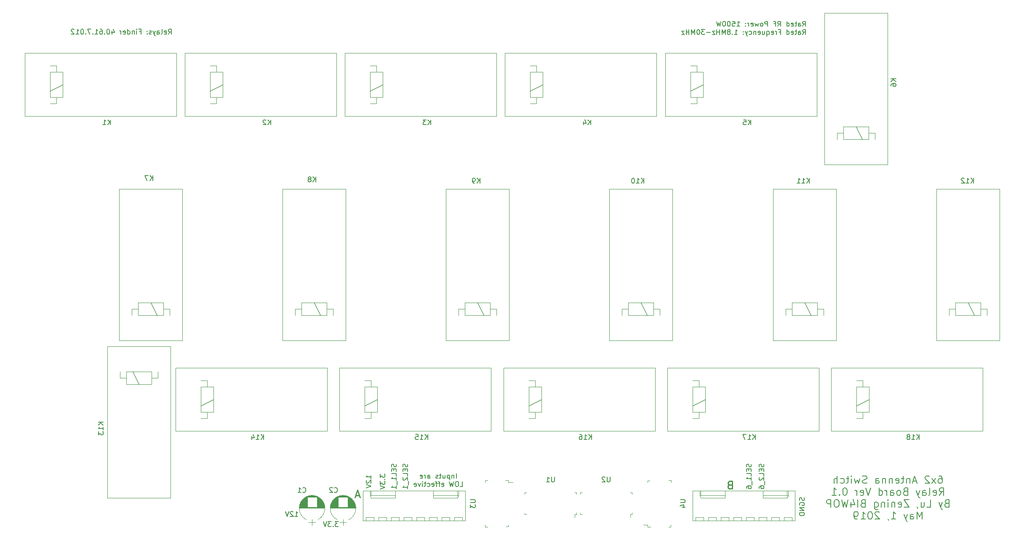
<source format=gbr>
%TF.GenerationSoftware,KiCad,Pcbnew,(6.0.0-rc1-dev-882-gdbc9130da)*%
%TF.CreationDate,2019-08-28T17:07:57+08:00*%
%TF.ProjectId,AntennaSwitch_6x2_RelayBoard,416E74656E6E615377697463685F3678,rev?*%
%TF.SameCoordinates,Original*%
%TF.FileFunction,Legend,Bot*%
%TF.FilePolarity,Positive*%
%FSLAX46Y46*%
G04 Gerber Fmt 4.6, Leading zero omitted, Abs format (unit mm)*
G04 Created by KiCad (PCBNEW (6.0.0-rc1-dev-882-gdbc9130da)) date 2019/8/28 17:07:57*
%MOMM*%
%LPD*%
G01*
G04 APERTURE LIST*
%ADD10C,0.150000*%
%ADD11C,0.120000*%
%ADD12C,0.100000*%
%ADD13C,0.254000*%
G04 APERTURE END LIST*
D10*
X208896976Y-53475380D02*
X209230309Y-52999190D01*
X209468404Y-53475380D02*
X209468404Y-52475380D01*
X209087452Y-52475380D01*
X208992214Y-52523000D01*
X208944595Y-52570619D01*
X208896976Y-52665857D01*
X208896976Y-52808714D01*
X208944595Y-52903952D01*
X208992214Y-52951571D01*
X209087452Y-52999190D01*
X209468404Y-52999190D01*
X208039833Y-53475380D02*
X208039833Y-52951571D01*
X208087452Y-52856333D01*
X208182690Y-52808714D01*
X208373166Y-52808714D01*
X208468404Y-52856333D01*
X208039833Y-53427761D02*
X208135071Y-53475380D01*
X208373166Y-53475380D01*
X208468404Y-53427761D01*
X208516023Y-53332523D01*
X208516023Y-53237285D01*
X208468404Y-53142047D01*
X208373166Y-53094428D01*
X208135071Y-53094428D01*
X208039833Y-53046809D01*
X207706500Y-52808714D02*
X207325547Y-52808714D01*
X207563642Y-52475380D02*
X207563642Y-53332523D01*
X207516023Y-53427761D01*
X207420785Y-53475380D01*
X207325547Y-53475380D01*
X206611261Y-53427761D02*
X206706500Y-53475380D01*
X206896976Y-53475380D01*
X206992214Y-53427761D01*
X207039833Y-53332523D01*
X207039833Y-52951571D01*
X206992214Y-52856333D01*
X206896976Y-52808714D01*
X206706500Y-52808714D01*
X206611261Y-52856333D01*
X206563642Y-52951571D01*
X206563642Y-53046809D01*
X207039833Y-53142047D01*
X205706500Y-53475380D02*
X205706500Y-52475380D01*
X205706500Y-53427761D02*
X205801738Y-53475380D01*
X205992214Y-53475380D01*
X206087452Y-53427761D01*
X206135071Y-53380142D01*
X206182690Y-53284904D01*
X206182690Y-52999190D01*
X206135071Y-52903952D01*
X206087452Y-52856333D01*
X205992214Y-52808714D01*
X205801738Y-52808714D01*
X205706500Y-52856333D01*
X203896976Y-53475380D02*
X204230309Y-52999190D01*
X204468404Y-53475380D02*
X204468404Y-52475380D01*
X204087452Y-52475380D01*
X203992214Y-52523000D01*
X203944595Y-52570619D01*
X203896976Y-52665857D01*
X203896976Y-52808714D01*
X203944595Y-52903952D01*
X203992214Y-52951571D01*
X204087452Y-52999190D01*
X204468404Y-52999190D01*
X203135071Y-52951571D02*
X203468404Y-52951571D01*
X203468404Y-53475380D02*
X203468404Y-52475380D01*
X202992214Y-52475380D01*
X201849357Y-53475380D02*
X201849357Y-52475380D01*
X201468404Y-52475380D01*
X201373166Y-52523000D01*
X201325547Y-52570619D01*
X201277928Y-52665857D01*
X201277928Y-52808714D01*
X201325547Y-52903952D01*
X201373166Y-52951571D01*
X201468404Y-52999190D01*
X201849357Y-52999190D01*
X200706500Y-53475380D02*
X200801738Y-53427761D01*
X200849357Y-53380142D01*
X200896976Y-53284904D01*
X200896976Y-52999190D01*
X200849357Y-52903952D01*
X200801738Y-52856333D01*
X200706500Y-52808714D01*
X200563642Y-52808714D01*
X200468404Y-52856333D01*
X200420785Y-52903952D01*
X200373166Y-52999190D01*
X200373166Y-53284904D01*
X200420785Y-53380142D01*
X200468404Y-53427761D01*
X200563642Y-53475380D01*
X200706500Y-53475380D01*
X200039833Y-52808714D02*
X199849357Y-53475380D01*
X199658880Y-52999190D01*
X199468404Y-53475380D01*
X199277928Y-52808714D01*
X198516023Y-53427761D02*
X198611261Y-53475380D01*
X198801738Y-53475380D01*
X198896976Y-53427761D01*
X198944595Y-53332523D01*
X198944595Y-52951571D01*
X198896976Y-52856333D01*
X198801738Y-52808714D01*
X198611261Y-52808714D01*
X198516023Y-52856333D01*
X198468404Y-52951571D01*
X198468404Y-53046809D01*
X198944595Y-53142047D01*
X198039833Y-53475380D02*
X198039833Y-52808714D01*
X198039833Y-52999190D02*
X197992214Y-52903952D01*
X197944595Y-52856333D01*
X197849357Y-52808714D01*
X197754119Y-52808714D01*
X197420785Y-53380142D02*
X197373166Y-53427761D01*
X197420785Y-53475380D01*
X197468404Y-53427761D01*
X197420785Y-53380142D01*
X197420785Y-53475380D01*
X197420785Y-52856333D02*
X197373166Y-52903952D01*
X197420785Y-52951571D01*
X197468404Y-52903952D01*
X197420785Y-52856333D01*
X197420785Y-52951571D01*
X195658880Y-53475380D02*
X196230309Y-53475380D01*
X195944595Y-53475380D02*
X195944595Y-52475380D01*
X196039833Y-52618238D01*
X196135071Y-52713476D01*
X196230309Y-52761095D01*
X194754119Y-52475380D02*
X195230309Y-52475380D01*
X195277928Y-52951571D01*
X195230309Y-52903952D01*
X195135071Y-52856333D01*
X194896976Y-52856333D01*
X194801738Y-52903952D01*
X194754119Y-52951571D01*
X194706500Y-53046809D01*
X194706500Y-53284904D01*
X194754119Y-53380142D01*
X194801738Y-53427761D01*
X194896976Y-53475380D01*
X195135071Y-53475380D01*
X195230309Y-53427761D01*
X195277928Y-53380142D01*
X194087452Y-52475380D02*
X193992214Y-52475380D01*
X193896976Y-52523000D01*
X193849357Y-52570619D01*
X193801738Y-52665857D01*
X193754119Y-52856333D01*
X193754119Y-53094428D01*
X193801738Y-53284904D01*
X193849357Y-53380142D01*
X193896976Y-53427761D01*
X193992214Y-53475380D01*
X194087452Y-53475380D01*
X194182690Y-53427761D01*
X194230309Y-53380142D01*
X194277928Y-53284904D01*
X194325547Y-53094428D01*
X194325547Y-52856333D01*
X194277928Y-52665857D01*
X194230309Y-52570619D01*
X194182690Y-52523000D01*
X194087452Y-52475380D01*
X193135071Y-52475380D02*
X193039833Y-52475380D01*
X192944595Y-52523000D01*
X192896976Y-52570619D01*
X192849357Y-52665857D01*
X192801738Y-52856333D01*
X192801738Y-53094428D01*
X192849357Y-53284904D01*
X192896976Y-53380142D01*
X192944595Y-53427761D01*
X193039833Y-53475380D01*
X193135071Y-53475380D01*
X193230309Y-53427761D01*
X193277928Y-53380142D01*
X193325547Y-53284904D01*
X193373166Y-53094428D01*
X193373166Y-52856333D01*
X193325547Y-52665857D01*
X193277928Y-52570619D01*
X193230309Y-52523000D01*
X193135071Y-52475380D01*
X192468404Y-52475380D02*
X192230309Y-53475380D01*
X192039833Y-52761095D01*
X191849357Y-53475380D01*
X191611261Y-52475380D01*
X208896976Y-55125380D02*
X209230309Y-54649190D01*
X209468404Y-55125380D02*
X209468404Y-54125380D01*
X209087452Y-54125380D01*
X208992214Y-54173000D01*
X208944595Y-54220619D01*
X208896976Y-54315857D01*
X208896976Y-54458714D01*
X208944595Y-54553952D01*
X208992214Y-54601571D01*
X209087452Y-54649190D01*
X209468404Y-54649190D01*
X208039833Y-55125380D02*
X208039833Y-54601571D01*
X208087452Y-54506333D01*
X208182690Y-54458714D01*
X208373166Y-54458714D01*
X208468404Y-54506333D01*
X208039833Y-55077761D02*
X208135071Y-55125380D01*
X208373166Y-55125380D01*
X208468404Y-55077761D01*
X208516023Y-54982523D01*
X208516023Y-54887285D01*
X208468404Y-54792047D01*
X208373166Y-54744428D01*
X208135071Y-54744428D01*
X208039833Y-54696809D01*
X207706500Y-54458714D02*
X207325547Y-54458714D01*
X207563642Y-54125380D02*
X207563642Y-54982523D01*
X207516023Y-55077761D01*
X207420785Y-55125380D01*
X207325547Y-55125380D01*
X206611261Y-55077761D02*
X206706500Y-55125380D01*
X206896976Y-55125380D01*
X206992214Y-55077761D01*
X207039833Y-54982523D01*
X207039833Y-54601571D01*
X206992214Y-54506333D01*
X206896976Y-54458714D01*
X206706500Y-54458714D01*
X206611261Y-54506333D01*
X206563642Y-54601571D01*
X206563642Y-54696809D01*
X207039833Y-54792047D01*
X205706500Y-55125380D02*
X205706500Y-54125380D01*
X205706500Y-55077761D02*
X205801738Y-55125380D01*
X205992214Y-55125380D01*
X206087452Y-55077761D01*
X206135071Y-55030142D01*
X206182690Y-54934904D01*
X206182690Y-54649190D01*
X206135071Y-54553952D01*
X206087452Y-54506333D01*
X205992214Y-54458714D01*
X205801738Y-54458714D01*
X205706500Y-54506333D01*
X204135071Y-54601571D02*
X204468404Y-54601571D01*
X204468404Y-55125380D02*
X204468404Y-54125380D01*
X203992214Y-54125380D01*
X203611261Y-55125380D02*
X203611261Y-54458714D01*
X203611261Y-54649190D02*
X203563642Y-54553952D01*
X203516023Y-54506333D01*
X203420785Y-54458714D01*
X203325547Y-54458714D01*
X202611261Y-55077761D02*
X202706500Y-55125380D01*
X202896976Y-55125380D01*
X202992214Y-55077761D01*
X203039833Y-54982523D01*
X203039833Y-54601571D01*
X202992214Y-54506333D01*
X202896976Y-54458714D01*
X202706500Y-54458714D01*
X202611261Y-54506333D01*
X202563642Y-54601571D01*
X202563642Y-54696809D01*
X203039833Y-54792047D01*
X201706500Y-54458714D02*
X201706500Y-55458714D01*
X201706500Y-55077761D02*
X201801738Y-55125380D01*
X201992214Y-55125380D01*
X202087452Y-55077761D01*
X202135071Y-55030142D01*
X202182690Y-54934904D01*
X202182690Y-54649190D01*
X202135071Y-54553952D01*
X202087452Y-54506333D01*
X201992214Y-54458714D01*
X201801738Y-54458714D01*
X201706500Y-54506333D01*
X200801738Y-54458714D02*
X200801738Y-55125380D01*
X201230309Y-54458714D02*
X201230309Y-54982523D01*
X201182690Y-55077761D01*
X201087452Y-55125380D01*
X200944595Y-55125380D01*
X200849357Y-55077761D01*
X200801738Y-55030142D01*
X199944595Y-55077761D02*
X200039833Y-55125380D01*
X200230309Y-55125380D01*
X200325547Y-55077761D01*
X200373166Y-54982523D01*
X200373166Y-54601571D01*
X200325547Y-54506333D01*
X200230309Y-54458714D01*
X200039833Y-54458714D01*
X199944595Y-54506333D01*
X199896976Y-54601571D01*
X199896976Y-54696809D01*
X200373166Y-54792047D01*
X199468404Y-54458714D02*
X199468404Y-55125380D01*
X199468404Y-54553952D02*
X199420785Y-54506333D01*
X199325547Y-54458714D01*
X199182690Y-54458714D01*
X199087452Y-54506333D01*
X199039833Y-54601571D01*
X199039833Y-55125380D01*
X198135071Y-55077761D02*
X198230309Y-55125380D01*
X198420785Y-55125380D01*
X198516023Y-55077761D01*
X198563642Y-55030142D01*
X198611261Y-54934904D01*
X198611261Y-54649190D01*
X198563642Y-54553952D01*
X198516023Y-54506333D01*
X198420785Y-54458714D01*
X198230309Y-54458714D01*
X198135071Y-54506333D01*
X197801738Y-54458714D02*
X197563642Y-55125380D01*
X197325547Y-54458714D02*
X197563642Y-55125380D01*
X197658880Y-55363476D01*
X197706500Y-55411095D01*
X197801738Y-55458714D01*
X196944595Y-55030142D02*
X196896976Y-55077761D01*
X196944595Y-55125380D01*
X196992214Y-55077761D01*
X196944595Y-55030142D01*
X196944595Y-55125380D01*
X196944595Y-54506333D02*
X196896976Y-54553952D01*
X196944595Y-54601571D01*
X196992214Y-54553952D01*
X196944595Y-54506333D01*
X196944595Y-54601571D01*
X195182690Y-55125380D02*
X195754119Y-55125380D01*
X195468404Y-55125380D02*
X195468404Y-54125380D01*
X195563642Y-54268238D01*
X195658880Y-54363476D01*
X195754119Y-54411095D01*
X194754119Y-55030142D02*
X194706500Y-55077761D01*
X194754119Y-55125380D01*
X194801738Y-55077761D01*
X194754119Y-55030142D01*
X194754119Y-55125380D01*
X194135071Y-54553952D02*
X194230309Y-54506333D01*
X194277928Y-54458714D01*
X194325547Y-54363476D01*
X194325547Y-54315857D01*
X194277928Y-54220619D01*
X194230309Y-54173000D01*
X194135071Y-54125380D01*
X193944595Y-54125380D01*
X193849357Y-54173000D01*
X193801738Y-54220619D01*
X193754119Y-54315857D01*
X193754119Y-54363476D01*
X193801738Y-54458714D01*
X193849357Y-54506333D01*
X193944595Y-54553952D01*
X194135071Y-54553952D01*
X194230309Y-54601571D01*
X194277928Y-54649190D01*
X194325547Y-54744428D01*
X194325547Y-54934904D01*
X194277928Y-55030142D01*
X194230309Y-55077761D01*
X194135071Y-55125380D01*
X193944595Y-55125380D01*
X193849357Y-55077761D01*
X193801738Y-55030142D01*
X193754119Y-54934904D01*
X193754119Y-54744428D01*
X193801738Y-54649190D01*
X193849357Y-54601571D01*
X193944595Y-54553952D01*
X193325547Y-55125380D02*
X193325547Y-54125380D01*
X192992214Y-54839666D01*
X192658880Y-54125380D01*
X192658880Y-55125380D01*
X192182690Y-55125380D02*
X192182690Y-54125380D01*
X192182690Y-54601571D02*
X191611261Y-54601571D01*
X191611261Y-55125380D02*
X191611261Y-54125380D01*
X191230309Y-54458714D02*
X190706500Y-54458714D01*
X191230309Y-55125380D01*
X190706500Y-55125380D01*
X190325547Y-54744428D02*
X189563642Y-54744428D01*
X189182690Y-54125380D02*
X188563642Y-54125380D01*
X188896976Y-54506333D01*
X188754119Y-54506333D01*
X188658880Y-54553952D01*
X188611261Y-54601571D01*
X188563642Y-54696809D01*
X188563642Y-54934904D01*
X188611261Y-55030142D01*
X188658880Y-55077761D01*
X188754119Y-55125380D01*
X189039833Y-55125380D01*
X189135071Y-55077761D01*
X189182690Y-55030142D01*
X187944595Y-54125380D02*
X187849357Y-54125380D01*
X187754119Y-54173000D01*
X187706500Y-54220619D01*
X187658880Y-54315857D01*
X187611261Y-54506333D01*
X187611261Y-54744428D01*
X187658880Y-54934904D01*
X187706500Y-55030142D01*
X187754119Y-55077761D01*
X187849357Y-55125380D01*
X187944595Y-55125380D01*
X188039833Y-55077761D01*
X188087452Y-55030142D01*
X188135071Y-54934904D01*
X188182690Y-54744428D01*
X188182690Y-54506333D01*
X188135071Y-54315857D01*
X188087452Y-54220619D01*
X188039833Y-54173000D01*
X187944595Y-54125380D01*
X187182690Y-55125380D02*
X187182690Y-54125380D01*
X186849357Y-54839666D01*
X186516023Y-54125380D01*
X186516023Y-55125380D01*
X186039833Y-55125380D02*
X186039833Y-54125380D01*
X186039833Y-54601571D02*
X185468404Y-54601571D01*
X185468404Y-55125380D02*
X185468404Y-54125380D01*
X185087452Y-54458714D02*
X184563642Y-54458714D01*
X185087452Y-55125380D01*
X184563642Y-55125380D01*
X236274285Y-143914571D02*
X236560000Y-143914571D01*
X236702857Y-143986000D01*
X236774285Y-144057428D01*
X236917142Y-144271714D01*
X236988571Y-144557428D01*
X236988571Y-145128857D01*
X236917142Y-145271714D01*
X236845714Y-145343142D01*
X236702857Y-145414571D01*
X236417142Y-145414571D01*
X236274285Y-145343142D01*
X236202857Y-145271714D01*
X236131428Y-145128857D01*
X236131428Y-144771714D01*
X236202857Y-144628857D01*
X236274285Y-144557428D01*
X236417142Y-144486000D01*
X236702857Y-144486000D01*
X236845714Y-144557428D01*
X236917142Y-144628857D01*
X236988571Y-144771714D01*
X235631428Y-145414571D02*
X234845714Y-144414571D01*
X235631428Y-144414571D02*
X234845714Y-145414571D01*
X234345714Y-144057428D02*
X234274285Y-143986000D01*
X234131428Y-143914571D01*
X233774285Y-143914571D01*
X233631428Y-143986000D01*
X233560000Y-144057428D01*
X233488571Y-144200285D01*
X233488571Y-144343142D01*
X233560000Y-144557428D01*
X234417142Y-145414571D01*
X233488571Y-145414571D01*
X231774285Y-144986000D02*
X231060000Y-144986000D01*
X231917142Y-145414571D02*
X231417142Y-143914571D01*
X230917142Y-145414571D01*
X230417142Y-144414571D02*
X230417142Y-145414571D01*
X230417142Y-144557428D02*
X230345714Y-144486000D01*
X230202857Y-144414571D01*
X229988571Y-144414571D01*
X229845714Y-144486000D01*
X229774285Y-144628857D01*
X229774285Y-145414571D01*
X229274285Y-144414571D02*
X228702857Y-144414571D01*
X229060000Y-143914571D02*
X229060000Y-145200285D01*
X228988571Y-145343142D01*
X228845714Y-145414571D01*
X228702857Y-145414571D01*
X227631428Y-145343142D02*
X227774285Y-145414571D01*
X228060000Y-145414571D01*
X228202857Y-145343142D01*
X228274285Y-145200285D01*
X228274285Y-144628857D01*
X228202857Y-144486000D01*
X228060000Y-144414571D01*
X227774285Y-144414571D01*
X227631428Y-144486000D01*
X227560000Y-144628857D01*
X227560000Y-144771714D01*
X228274285Y-144914571D01*
X226917142Y-144414571D02*
X226917142Y-145414571D01*
X226917142Y-144557428D02*
X226845714Y-144486000D01*
X226702857Y-144414571D01*
X226488571Y-144414571D01*
X226345714Y-144486000D01*
X226274285Y-144628857D01*
X226274285Y-145414571D01*
X225560000Y-144414571D02*
X225560000Y-145414571D01*
X225560000Y-144557428D02*
X225488571Y-144486000D01*
X225345714Y-144414571D01*
X225131428Y-144414571D01*
X224988571Y-144486000D01*
X224917142Y-144628857D01*
X224917142Y-145414571D01*
X223560000Y-145414571D02*
X223560000Y-144628857D01*
X223631428Y-144486000D01*
X223774285Y-144414571D01*
X224060000Y-144414571D01*
X224202857Y-144486000D01*
X223560000Y-145343142D02*
X223702857Y-145414571D01*
X224060000Y-145414571D01*
X224202857Y-145343142D01*
X224274285Y-145200285D01*
X224274285Y-145057428D01*
X224202857Y-144914571D01*
X224060000Y-144843142D01*
X223702857Y-144843142D01*
X223560000Y-144771714D01*
X221774285Y-145343142D02*
X221560000Y-145414571D01*
X221202857Y-145414571D01*
X221060000Y-145343142D01*
X220988571Y-145271714D01*
X220917142Y-145128857D01*
X220917142Y-144986000D01*
X220988571Y-144843142D01*
X221060000Y-144771714D01*
X221202857Y-144700285D01*
X221488571Y-144628857D01*
X221631428Y-144557428D01*
X221702857Y-144486000D01*
X221774285Y-144343142D01*
X221774285Y-144200285D01*
X221702857Y-144057428D01*
X221631428Y-143986000D01*
X221488571Y-143914571D01*
X221131428Y-143914571D01*
X220917142Y-143986000D01*
X220417142Y-144414571D02*
X220131428Y-145414571D01*
X219845714Y-144700285D01*
X219560000Y-145414571D01*
X219274285Y-144414571D01*
X218702857Y-145414571D02*
X218702857Y-144414571D01*
X218702857Y-143914571D02*
X218774285Y-143986000D01*
X218702857Y-144057428D01*
X218631428Y-143986000D01*
X218702857Y-143914571D01*
X218702857Y-144057428D01*
X218202857Y-144414571D02*
X217631428Y-144414571D01*
X217988571Y-143914571D02*
X217988571Y-145200285D01*
X217917142Y-145343142D01*
X217774285Y-145414571D01*
X217631428Y-145414571D01*
X216488571Y-145343142D02*
X216631428Y-145414571D01*
X216917142Y-145414571D01*
X217060000Y-145343142D01*
X217131428Y-145271714D01*
X217202857Y-145128857D01*
X217202857Y-144700285D01*
X217131428Y-144557428D01*
X217060000Y-144486000D01*
X216917142Y-144414571D01*
X216631428Y-144414571D01*
X216488571Y-144486000D01*
X215845714Y-145414571D02*
X215845714Y-143914571D01*
X215202857Y-145414571D02*
X215202857Y-144628857D01*
X215274285Y-144486000D01*
X215417142Y-144414571D01*
X215631428Y-144414571D01*
X215774285Y-144486000D01*
X215845714Y-144557428D01*
X236381428Y-147814571D02*
X236881428Y-147100285D01*
X237238571Y-147814571D02*
X237238571Y-146314571D01*
X236667142Y-146314571D01*
X236524285Y-146386000D01*
X236452857Y-146457428D01*
X236381428Y-146600285D01*
X236381428Y-146814571D01*
X236452857Y-146957428D01*
X236524285Y-147028857D01*
X236667142Y-147100285D01*
X237238571Y-147100285D01*
X235167142Y-147743142D02*
X235310000Y-147814571D01*
X235595714Y-147814571D01*
X235738571Y-147743142D01*
X235810000Y-147600285D01*
X235810000Y-147028857D01*
X235738571Y-146886000D01*
X235595714Y-146814571D01*
X235310000Y-146814571D01*
X235167142Y-146886000D01*
X235095714Y-147028857D01*
X235095714Y-147171714D01*
X235810000Y-147314571D01*
X234238571Y-147814571D02*
X234381428Y-147743142D01*
X234452857Y-147600285D01*
X234452857Y-146314571D01*
X233024285Y-147814571D02*
X233024285Y-147028857D01*
X233095714Y-146886000D01*
X233238571Y-146814571D01*
X233524285Y-146814571D01*
X233667142Y-146886000D01*
X233024285Y-147743142D02*
X233167142Y-147814571D01*
X233524285Y-147814571D01*
X233667142Y-147743142D01*
X233738571Y-147600285D01*
X233738571Y-147457428D01*
X233667142Y-147314571D01*
X233524285Y-147243142D01*
X233167142Y-147243142D01*
X233024285Y-147171714D01*
X232452857Y-146814571D02*
X232095714Y-147814571D01*
X231738571Y-146814571D02*
X232095714Y-147814571D01*
X232238571Y-148171714D01*
X232309999Y-148243142D01*
X232452857Y-148314571D01*
X229524285Y-147028857D02*
X229310000Y-147100285D01*
X229238571Y-147171714D01*
X229167142Y-147314571D01*
X229167142Y-147528857D01*
X229238571Y-147671714D01*
X229310000Y-147743142D01*
X229452857Y-147814571D01*
X230024285Y-147814571D01*
X230024285Y-146314571D01*
X229524285Y-146314571D01*
X229381428Y-146386000D01*
X229310000Y-146457428D01*
X229238571Y-146600285D01*
X229238571Y-146743142D01*
X229310000Y-146886000D01*
X229381428Y-146957428D01*
X229524285Y-147028857D01*
X230024285Y-147028857D01*
X228310000Y-147814571D02*
X228452857Y-147743142D01*
X228524285Y-147671714D01*
X228595714Y-147528857D01*
X228595714Y-147100285D01*
X228524285Y-146957428D01*
X228452857Y-146886000D01*
X228310000Y-146814571D01*
X228095714Y-146814571D01*
X227952857Y-146886000D01*
X227881428Y-146957428D01*
X227810000Y-147100285D01*
X227810000Y-147528857D01*
X227881428Y-147671714D01*
X227952857Y-147743142D01*
X228095714Y-147814571D01*
X228310000Y-147814571D01*
X226524285Y-147814571D02*
X226524285Y-147028857D01*
X226595714Y-146886000D01*
X226738571Y-146814571D01*
X227024285Y-146814571D01*
X227167142Y-146886000D01*
X226524285Y-147743142D02*
X226667142Y-147814571D01*
X227024285Y-147814571D01*
X227167142Y-147743142D01*
X227238571Y-147600285D01*
X227238571Y-147457428D01*
X227167142Y-147314571D01*
X227024285Y-147243142D01*
X226667142Y-147243142D01*
X226524285Y-147171714D01*
X225810000Y-147814571D02*
X225810000Y-146814571D01*
X225810000Y-147100285D02*
X225738571Y-146957428D01*
X225667142Y-146886000D01*
X225524285Y-146814571D01*
X225381428Y-146814571D01*
X224238571Y-147814571D02*
X224238571Y-146314571D01*
X224238571Y-147743142D02*
X224381428Y-147814571D01*
X224667142Y-147814571D01*
X224810000Y-147743142D01*
X224881428Y-147671714D01*
X224952857Y-147528857D01*
X224952857Y-147100285D01*
X224881428Y-146957428D01*
X224810000Y-146886000D01*
X224667142Y-146814571D01*
X224381428Y-146814571D01*
X224238571Y-146886000D01*
X222595714Y-146314571D02*
X222095714Y-147814571D01*
X221595714Y-146314571D01*
X220524285Y-147743142D02*
X220667142Y-147814571D01*
X220952857Y-147814571D01*
X221095714Y-147743142D01*
X221167142Y-147600285D01*
X221167142Y-147028857D01*
X221095714Y-146886000D01*
X220952857Y-146814571D01*
X220667142Y-146814571D01*
X220524285Y-146886000D01*
X220452857Y-147028857D01*
X220452857Y-147171714D01*
X221167142Y-147314571D01*
X219810000Y-147814571D02*
X219810000Y-146814571D01*
X219810000Y-147100285D02*
X219738571Y-146957428D01*
X219667142Y-146886000D01*
X219524285Y-146814571D01*
X219381428Y-146814571D01*
X217452857Y-146314571D02*
X217310000Y-146314571D01*
X217167142Y-146386000D01*
X217095714Y-146457428D01*
X217024285Y-146600285D01*
X216952857Y-146886000D01*
X216952857Y-147243142D01*
X217024285Y-147528857D01*
X217095714Y-147671714D01*
X217167142Y-147743142D01*
X217310000Y-147814571D01*
X217452857Y-147814571D01*
X217595714Y-147743142D01*
X217667142Y-147671714D01*
X217738571Y-147528857D01*
X217810000Y-147243142D01*
X217810000Y-146886000D01*
X217738571Y-146600285D01*
X217667142Y-146457428D01*
X217595714Y-146386000D01*
X217452857Y-146314571D01*
X216310000Y-147671714D02*
X216238571Y-147743142D01*
X216310000Y-147814571D01*
X216381428Y-147743142D01*
X216310000Y-147671714D01*
X216310000Y-147814571D01*
X214810000Y-147814571D02*
X215667142Y-147814571D01*
X215238571Y-147814571D02*
X215238571Y-146314571D01*
X215381428Y-146528857D01*
X215524285Y-146671714D01*
X215667142Y-146743142D01*
X237845714Y-149428857D02*
X237631428Y-149500285D01*
X237560000Y-149571714D01*
X237488571Y-149714571D01*
X237488571Y-149928857D01*
X237560000Y-150071714D01*
X237631428Y-150143142D01*
X237774285Y-150214571D01*
X238345714Y-150214571D01*
X238345714Y-148714571D01*
X237845714Y-148714571D01*
X237702857Y-148786000D01*
X237631428Y-148857428D01*
X237560000Y-149000285D01*
X237560000Y-149143142D01*
X237631428Y-149286000D01*
X237702857Y-149357428D01*
X237845714Y-149428857D01*
X238345714Y-149428857D01*
X236988571Y-149214571D02*
X236631428Y-150214571D01*
X236274285Y-149214571D02*
X236631428Y-150214571D01*
X236774285Y-150571714D01*
X236845714Y-150643142D01*
X236988571Y-150714571D01*
X233845714Y-150214571D02*
X234560000Y-150214571D01*
X234560000Y-148714571D01*
X232702857Y-149214571D02*
X232702857Y-150214571D01*
X233345714Y-149214571D02*
X233345714Y-150000285D01*
X233274285Y-150143142D01*
X233131428Y-150214571D01*
X232917142Y-150214571D01*
X232774285Y-150143142D01*
X232702857Y-150071714D01*
X231917142Y-150143142D02*
X231917142Y-150214571D01*
X231988571Y-150357428D01*
X232060000Y-150428857D01*
X230274285Y-148714571D02*
X229274285Y-148714571D01*
X230274285Y-150214571D01*
X229274285Y-150214571D01*
X228131428Y-150143142D02*
X228274285Y-150214571D01*
X228560000Y-150214571D01*
X228702857Y-150143142D01*
X228774285Y-150000285D01*
X228774285Y-149428857D01*
X228702857Y-149286000D01*
X228560000Y-149214571D01*
X228274285Y-149214571D01*
X228131428Y-149286000D01*
X228060000Y-149428857D01*
X228060000Y-149571714D01*
X228774285Y-149714571D01*
X227417142Y-149214571D02*
X227417142Y-150214571D01*
X227417142Y-149357428D02*
X227345714Y-149286000D01*
X227202857Y-149214571D01*
X226988571Y-149214571D01*
X226845714Y-149286000D01*
X226774285Y-149428857D01*
X226774285Y-150214571D01*
X226060000Y-150214571D02*
X226060000Y-149214571D01*
X226060000Y-148714571D02*
X226131428Y-148786000D01*
X226060000Y-148857428D01*
X225988571Y-148786000D01*
X226060000Y-148714571D01*
X226060000Y-148857428D01*
X225345714Y-149214571D02*
X225345714Y-150214571D01*
X225345714Y-149357428D02*
X225274285Y-149286000D01*
X225131428Y-149214571D01*
X224917142Y-149214571D01*
X224774285Y-149286000D01*
X224702857Y-149428857D01*
X224702857Y-150214571D01*
X223345714Y-149214571D02*
X223345714Y-150428857D01*
X223417142Y-150571714D01*
X223488571Y-150643142D01*
X223631428Y-150714571D01*
X223845714Y-150714571D01*
X223988571Y-150643142D01*
X223345714Y-150143142D02*
X223488571Y-150214571D01*
X223774285Y-150214571D01*
X223917142Y-150143142D01*
X223988571Y-150071714D01*
X224060000Y-149928857D01*
X224060000Y-149500285D01*
X223988571Y-149357428D01*
X223917142Y-149286000D01*
X223774285Y-149214571D01*
X223488571Y-149214571D01*
X223345714Y-149286000D01*
X220988571Y-149428857D02*
X220774285Y-149500285D01*
X220702857Y-149571714D01*
X220631428Y-149714571D01*
X220631428Y-149928857D01*
X220702857Y-150071714D01*
X220774285Y-150143142D01*
X220917142Y-150214571D01*
X221488571Y-150214571D01*
X221488571Y-148714571D01*
X220988571Y-148714571D01*
X220845714Y-148786000D01*
X220774285Y-148857428D01*
X220702857Y-149000285D01*
X220702857Y-149143142D01*
X220774285Y-149286000D01*
X220845714Y-149357428D01*
X220988571Y-149428857D01*
X221488571Y-149428857D01*
X219988571Y-150214571D02*
X219988571Y-148714571D01*
X218631428Y-149214571D02*
X218631428Y-150214571D01*
X218988571Y-148643142D02*
X219345714Y-149714571D01*
X218417142Y-149714571D01*
X217988571Y-148714571D02*
X217631428Y-150214571D01*
X217345714Y-149143142D01*
X217060000Y-150214571D01*
X216702857Y-148714571D01*
X215845714Y-148714571D02*
X215560000Y-148714571D01*
X215417142Y-148786000D01*
X215274285Y-148928857D01*
X215202857Y-149214571D01*
X215202857Y-149714571D01*
X215274285Y-150000285D01*
X215417142Y-150143142D01*
X215560000Y-150214571D01*
X215845714Y-150214571D01*
X215988571Y-150143142D01*
X216131428Y-150000285D01*
X216202857Y-149714571D01*
X216202857Y-149214571D01*
X216131428Y-148928857D01*
X215988571Y-148786000D01*
X215845714Y-148714571D01*
X214560000Y-150214571D02*
X214560000Y-148714571D01*
X213988571Y-148714571D01*
X213845714Y-148786000D01*
X213774285Y-148857428D01*
X213702857Y-149000285D01*
X213702857Y-149214571D01*
X213774285Y-149357428D01*
X213845714Y-149428857D01*
X213988571Y-149500285D01*
X214560000Y-149500285D01*
X232881428Y-152614571D02*
X232881428Y-151114571D01*
X232381428Y-152186000D01*
X231881428Y-151114571D01*
X231881428Y-152614571D01*
X230524285Y-152614571D02*
X230524285Y-151828857D01*
X230595714Y-151686000D01*
X230738571Y-151614571D01*
X231024285Y-151614571D01*
X231167142Y-151686000D01*
X230524285Y-152543142D02*
X230667142Y-152614571D01*
X231024285Y-152614571D01*
X231167142Y-152543142D01*
X231238571Y-152400285D01*
X231238571Y-152257428D01*
X231167142Y-152114571D01*
X231024285Y-152043142D01*
X230667142Y-152043142D01*
X230524285Y-151971714D01*
X229952857Y-151614571D02*
X229595714Y-152614571D01*
X229238571Y-151614571D02*
X229595714Y-152614571D01*
X229738571Y-152971714D01*
X229810000Y-153043142D01*
X229952857Y-153114571D01*
X226738571Y-152614571D02*
X227595714Y-152614571D01*
X227167142Y-152614571D02*
X227167142Y-151114571D01*
X227310000Y-151328857D01*
X227452857Y-151471714D01*
X227595714Y-151543142D01*
X226024285Y-152543142D02*
X226024285Y-152614571D01*
X226095714Y-152757428D01*
X226167142Y-152828857D01*
X224310000Y-151257428D02*
X224238571Y-151186000D01*
X224095714Y-151114571D01*
X223738571Y-151114571D01*
X223595714Y-151186000D01*
X223524285Y-151257428D01*
X223452857Y-151400285D01*
X223452857Y-151543142D01*
X223524285Y-151757428D01*
X224381428Y-152614571D01*
X223452857Y-152614571D01*
X222524285Y-151114571D02*
X222381428Y-151114571D01*
X222238571Y-151186000D01*
X222167142Y-151257428D01*
X222095714Y-151400285D01*
X222024285Y-151686000D01*
X222024285Y-152043142D01*
X222095714Y-152328857D01*
X222167142Y-152471714D01*
X222238571Y-152543142D01*
X222381428Y-152614571D01*
X222524285Y-152614571D01*
X222667142Y-152543142D01*
X222738571Y-152471714D01*
X222810000Y-152328857D01*
X222881428Y-152043142D01*
X222881428Y-151686000D01*
X222810000Y-151400285D01*
X222738571Y-151257428D01*
X222667142Y-151186000D01*
X222524285Y-151114571D01*
X220595714Y-152614571D02*
X221452857Y-152614571D01*
X221024285Y-152614571D02*
X221024285Y-151114571D01*
X221167142Y-151328857D01*
X221310000Y-151471714D01*
X221452857Y-151543142D01*
X219881428Y-152614571D02*
X219595714Y-152614571D01*
X219452857Y-152543142D01*
X219381428Y-152471714D01*
X219238571Y-152257428D01*
X219167142Y-151971714D01*
X219167142Y-151400285D01*
X219238571Y-151257428D01*
X219310000Y-151186000D01*
X219452857Y-151114571D01*
X219738571Y-151114571D01*
X219881428Y-151186000D01*
X219952857Y-151257428D01*
X220024285Y-151400285D01*
X220024285Y-151757428D01*
X219952857Y-151900285D01*
X219881428Y-151971714D01*
X219738571Y-152043142D01*
X219452857Y-152043142D01*
X219310000Y-151971714D01*
X219238571Y-151900285D01*
X219167142Y-151757428D01*
X139255047Y-144407380D02*
X139255047Y-143407380D01*
X138778857Y-143740714D02*
X138778857Y-144407380D01*
X138778857Y-143835952D02*
X138731238Y-143788333D01*
X138636000Y-143740714D01*
X138493142Y-143740714D01*
X138397904Y-143788333D01*
X138350285Y-143883571D01*
X138350285Y-144407380D01*
X137874095Y-143740714D02*
X137874095Y-144740714D01*
X137874095Y-143788333D02*
X137778857Y-143740714D01*
X137588380Y-143740714D01*
X137493142Y-143788333D01*
X137445523Y-143835952D01*
X137397904Y-143931190D01*
X137397904Y-144216904D01*
X137445523Y-144312142D01*
X137493142Y-144359761D01*
X137588380Y-144407380D01*
X137778857Y-144407380D01*
X137874095Y-144359761D01*
X136540761Y-143740714D02*
X136540761Y-144407380D01*
X136969333Y-143740714D02*
X136969333Y-144264523D01*
X136921714Y-144359761D01*
X136826476Y-144407380D01*
X136683619Y-144407380D01*
X136588380Y-144359761D01*
X136540761Y-144312142D01*
X136207428Y-143740714D02*
X135826476Y-143740714D01*
X136064571Y-143407380D02*
X136064571Y-144264523D01*
X136016952Y-144359761D01*
X135921714Y-144407380D01*
X135826476Y-144407380D01*
X135540761Y-144359761D02*
X135445523Y-144407380D01*
X135255047Y-144407380D01*
X135159809Y-144359761D01*
X135112190Y-144264523D01*
X135112190Y-144216904D01*
X135159809Y-144121666D01*
X135255047Y-144074047D01*
X135397904Y-144074047D01*
X135493142Y-144026428D01*
X135540761Y-143931190D01*
X135540761Y-143883571D01*
X135493142Y-143788333D01*
X135397904Y-143740714D01*
X135255047Y-143740714D01*
X135159809Y-143788333D01*
X133493142Y-144407380D02*
X133493142Y-143883571D01*
X133540761Y-143788333D01*
X133636000Y-143740714D01*
X133826476Y-143740714D01*
X133921714Y-143788333D01*
X133493142Y-144359761D02*
X133588380Y-144407380D01*
X133826476Y-144407380D01*
X133921714Y-144359761D01*
X133969333Y-144264523D01*
X133969333Y-144169285D01*
X133921714Y-144074047D01*
X133826476Y-144026428D01*
X133588380Y-144026428D01*
X133493142Y-143978809D01*
X133016952Y-144407380D02*
X133016952Y-143740714D01*
X133016952Y-143931190D02*
X132969333Y-143835952D01*
X132921714Y-143788333D01*
X132826476Y-143740714D01*
X132731238Y-143740714D01*
X132016952Y-144359761D02*
X132112190Y-144407380D01*
X132302666Y-144407380D01*
X132397904Y-144359761D01*
X132445523Y-144264523D01*
X132445523Y-143883571D01*
X132397904Y-143788333D01*
X132302666Y-143740714D01*
X132112190Y-143740714D01*
X132016952Y-143788333D01*
X131969333Y-143883571D01*
X131969333Y-143978809D01*
X132445523Y-144074047D01*
X139993142Y-146057380D02*
X140469333Y-146057380D01*
X140469333Y-145057380D01*
X139469333Y-145057380D02*
X139278857Y-145057380D01*
X139183619Y-145105000D01*
X139088380Y-145200238D01*
X139040761Y-145390714D01*
X139040761Y-145724047D01*
X139088380Y-145914523D01*
X139183619Y-146009761D01*
X139278857Y-146057380D01*
X139469333Y-146057380D01*
X139564571Y-146009761D01*
X139659809Y-145914523D01*
X139707428Y-145724047D01*
X139707428Y-145390714D01*
X139659809Y-145200238D01*
X139564571Y-145105000D01*
X139469333Y-145057380D01*
X138707428Y-145057380D02*
X138469333Y-146057380D01*
X138278857Y-145343095D01*
X138088380Y-146057380D01*
X137850285Y-145057380D01*
X136326476Y-146009761D02*
X136421714Y-146057380D01*
X136612190Y-146057380D01*
X136707428Y-146009761D01*
X136755047Y-145914523D01*
X136755047Y-145533571D01*
X136707428Y-145438333D01*
X136612190Y-145390714D01*
X136421714Y-145390714D01*
X136326476Y-145438333D01*
X136278857Y-145533571D01*
X136278857Y-145628809D01*
X136755047Y-145724047D01*
X135993142Y-145390714D02*
X135612190Y-145390714D01*
X135850285Y-146057380D02*
X135850285Y-145200238D01*
X135802666Y-145105000D01*
X135707428Y-145057380D01*
X135612190Y-145057380D01*
X135421714Y-145390714D02*
X135040761Y-145390714D01*
X135278857Y-146057380D02*
X135278857Y-145200238D01*
X135231238Y-145105000D01*
X135136000Y-145057380D01*
X135040761Y-145057380D01*
X134326476Y-146009761D02*
X134421714Y-146057380D01*
X134612190Y-146057380D01*
X134707428Y-146009761D01*
X134755047Y-145914523D01*
X134755047Y-145533571D01*
X134707428Y-145438333D01*
X134612190Y-145390714D01*
X134421714Y-145390714D01*
X134326476Y-145438333D01*
X134278857Y-145533571D01*
X134278857Y-145628809D01*
X134755047Y-145724047D01*
X133421714Y-146009761D02*
X133516952Y-146057380D01*
X133707428Y-146057380D01*
X133802666Y-146009761D01*
X133850285Y-145962142D01*
X133897904Y-145866904D01*
X133897904Y-145581190D01*
X133850285Y-145485952D01*
X133802666Y-145438333D01*
X133707428Y-145390714D01*
X133516952Y-145390714D01*
X133421714Y-145438333D01*
X133136000Y-145390714D02*
X132755047Y-145390714D01*
X132993142Y-145057380D02*
X132993142Y-145914523D01*
X132945523Y-146009761D01*
X132850285Y-146057380D01*
X132755047Y-146057380D01*
X132421714Y-146057380D02*
X132421714Y-145390714D01*
X132421714Y-145057380D02*
X132469333Y-145105000D01*
X132421714Y-145152619D01*
X132374095Y-145105000D01*
X132421714Y-145057380D01*
X132421714Y-145152619D01*
X132040761Y-145390714D02*
X131802666Y-146057380D01*
X131564571Y-145390714D01*
X130802666Y-146009761D02*
X130897904Y-146057380D01*
X131088380Y-146057380D01*
X131183619Y-146009761D01*
X131231238Y-145914523D01*
X131231238Y-145533571D01*
X131183619Y-145438333D01*
X131088380Y-145390714D01*
X130897904Y-145390714D01*
X130802666Y-145438333D01*
X130755047Y-145533571D01*
X130755047Y-145628809D01*
X131231238Y-145724047D01*
X201064761Y-141541809D02*
X201112380Y-141684666D01*
X201112380Y-141922761D01*
X201064761Y-142018000D01*
X201017142Y-142065619D01*
X200921904Y-142113238D01*
X200826666Y-142113238D01*
X200731428Y-142065619D01*
X200683809Y-142018000D01*
X200636190Y-141922761D01*
X200588571Y-141732285D01*
X200540952Y-141637047D01*
X200493333Y-141589428D01*
X200398095Y-141541809D01*
X200302857Y-141541809D01*
X200207619Y-141589428D01*
X200160000Y-141637047D01*
X200112380Y-141732285D01*
X200112380Y-141970380D01*
X200160000Y-142113238D01*
X200588571Y-142541809D02*
X200588571Y-142875142D01*
X201112380Y-143018000D02*
X201112380Y-142541809D01*
X200112380Y-142541809D01*
X200112380Y-143018000D01*
X201112380Y-143922761D02*
X201112380Y-143446571D01*
X200112380Y-143446571D01*
X200207619Y-144208476D02*
X200160000Y-144256095D01*
X200112380Y-144351333D01*
X200112380Y-144589428D01*
X200160000Y-144684666D01*
X200207619Y-144732285D01*
X200302857Y-144779904D01*
X200398095Y-144779904D01*
X200540952Y-144732285D01*
X201112380Y-144160857D01*
X201112380Y-144779904D01*
X201207619Y-144970380D02*
X201207619Y-145732285D01*
X200112380Y-146398952D02*
X200112380Y-146208476D01*
X200160000Y-146113238D01*
X200207619Y-146065619D01*
X200350476Y-145970380D01*
X200540952Y-145922761D01*
X200921904Y-145922761D01*
X201017142Y-145970380D01*
X201064761Y-146018000D01*
X201112380Y-146113238D01*
X201112380Y-146303714D01*
X201064761Y-146398952D01*
X201017142Y-146446571D01*
X200921904Y-146494190D01*
X200683809Y-146494190D01*
X200588571Y-146446571D01*
X200540952Y-146398952D01*
X200493333Y-146303714D01*
X200493333Y-146113238D01*
X200540952Y-146018000D01*
X200588571Y-145970380D01*
X200683809Y-145922761D01*
X198524761Y-141541809D02*
X198572380Y-141684666D01*
X198572380Y-141922761D01*
X198524761Y-142018000D01*
X198477142Y-142065619D01*
X198381904Y-142113238D01*
X198286666Y-142113238D01*
X198191428Y-142065619D01*
X198143809Y-142018000D01*
X198096190Y-141922761D01*
X198048571Y-141732285D01*
X198000952Y-141637047D01*
X197953333Y-141589428D01*
X197858095Y-141541809D01*
X197762857Y-141541809D01*
X197667619Y-141589428D01*
X197620000Y-141637047D01*
X197572380Y-141732285D01*
X197572380Y-141970380D01*
X197620000Y-142113238D01*
X198048571Y-142541809D02*
X198048571Y-142875142D01*
X198572380Y-143018000D02*
X198572380Y-142541809D01*
X197572380Y-142541809D01*
X197572380Y-143018000D01*
X198572380Y-143922761D02*
X198572380Y-143446571D01*
X197572380Y-143446571D01*
X198572380Y-144779904D02*
X198572380Y-144208476D01*
X198572380Y-144494190D02*
X197572380Y-144494190D01*
X197715238Y-144398952D01*
X197810476Y-144303714D01*
X197858095Y-144208476D01*
X198667619Y-144970380D02*
X198667619Y-145732285D01*
X197572380Y-146398952D02*
X197572380Y-146208476D01*
X197620000Y-146113238D01*
X197667619Y-146065619D01*
X197810476Y-145970380D01*
X198000952Y-145922761D01*
X198381904Y-145922761D01*
X198477142Y-145970380D01*
X198524761Y-146018000D01*
X198572380Y-146113238D01*
X198572380Y-146303714D01*
X198524761Y-146398952D01*
X198477142Y-146446571D01*
X198381904Y-146494190D01*
X198143809Y-146494190D01*
X198048571Y-146446571D01*
X198000952Y-146398952D01*
X197953333Y-146303714D01*
X197953333Y-146113238D01*
X198000952Y-146018000D01*
X198048571Y-145970380D01*
X198143809Y-145922761D01*
X129436761Y-141541809D02*
X129484380Y-141684666D01*
X129484380Y-141922761D01*
X129436761Y-142018000D01*
X129389142Y-142065619D01*
X129293904Y-142113238D01*
X129198666Y-142113238D01*
X129103428Y-142065619D01*
X129055809Y-142018000D01*
X129008190Y-141922761D01*
X128960571Y-141732285D01*
X128912952Y-141637047D01*
X128865333Y-141589428D01*
X128770095Y-141541809D01*
X128674857Y-141541809D01*
X128579619Y-141589428D01*
X128532000Y-141637047D01*
X128484380Y-141732285D01*
X128484380Y-141970380D01*
X128532000Y-142113238D01*
X128960571Y-142541809D02*
X128960571Y-142875142D01*
X129484380Y-143018000D02*
X129484380Y-142541809D01*
X128484380Y-142541809D01*
X128484380Y-143018000D01*
X129484380Y-143922761D02*
X129484380Y-143446571D01*
X128484380Y-143446571D01*
X128579619Y-144208476D02*
X128532000Y-144256095D01*
X128484380Y-144351333D01*
X128484380Y-144589428D01*
X128532000Y-144684666D01*
X128579619Y-144732285D01*
X128674857Y-144779904D01*
X128770095Y-144779904D01*
X128912952Y-144732285D01*
X129484380Y-144160857D01*
X129484380Y-144779904D01*
X129579619Y-144970380D02*
X129579619Y-145732285D01*
X129484380Y-146494190D02*
X129484380Y-145922761D01*
X129484380Y-146208476D02*
X128484380Y-146208476D01*
X128627238Y-146113238D01*
X128722476Y-146018000D01*
X128770095Y-145922761D01*
X127150761Y-141541809D02*
X127198380Y-141684666D01*
X127198380Y-141922761D01*
X127150761Y-142018000D01*
X127103142Y-142065619D01*
X127007904Y-142113238D01*
X126912666Y-142113238D01*
X126817428Y-142065619D01*
X126769809Y-142018000D01*
X126722190Y-141922761D01*
X126674571Y-141732285D01*
X126626952Y-141637047D01*
X126579333Y-141589428D01*
X126484095Y-141541809D01*
X126388857Y-141541809D01*
X126293619Y-141589428D01*
X126246000Y-141637047D01*
X126198380Y-141732285D01*
X126198380Y-141970380D01*
X126246000Y-142113238D01*
X126674571Y-142541809D02*
X126674571Y-142875142D01*
X127198380Y-143018000D02*
X127198380Y-142541809D01*
X126198380Y-142541809D01*
X126198380Y-143018000D01*
X127198380Y-143922761D02*
X127198380Y-143446571D01*
X126198380Y-143446571D01*
X127198380Y-144779904D02*
X127198380Y-144208476D01*
X127198380Y-144494190D02*
X126198380Y-144494190D01*
X126341238Y-144398952D01*
X126436476Y-144303714D01*
X126484095Y-144208476D01*
X127293619Y-144970380D02*
X127293619Y-145732285D01*
X127198380Y-146494190D02*
X127198380Y-145922761D01*
X127198380Y-146208476D02*
X126198380Y-146208476D01*
X126341238Y-146113238D01*
X126436476Y-146018000D01*
X126484095Y-145922761D01*
X123912380Y-143557809D02*
X123912380Y-144176857D01*
X124293333Y-143843523D01*
X124293333Y-143986380D01*
X124340952Y-144081619D01*
X124388571Y-144129238D01*
X124483809Y-144176857D01*
X124721904Y-144176857D01*
X124817142Y-144129238D01*
X124864761Y-144081619D01*
X124912380Y-143986380D01*
X124912380Y-143700666D01*
X124864761Y-143605428D01*
X124817142Y-143557809D01*
X124817142Y-144605428D02*
X124864761Y-144653047D01*
X124912380Y-144605428D01*
X124864761Y-144557809D01*
X124817142Y-144605428D01*
X124912380Y-144605428D01*
X123912380Y-144986380D02*
X123912380Y-145605428D01*
X124293333Y-145272095D01*
X124293333Y-145414952D01*
X124340952Y-145510190D01*
X124388571Y-145557809D01*
X124483809Y-145605428D01*
X124721904Y-145605428D01*
X124817142Y-145557809D01*
X124864761Y-145510190D01*
X124912380Y-145414952D01*
X124912380Y-145129238D01*
X124864761Y-145034000D01*
X124817142Y-144986380D01*
X123912380Y-145891142D02*
X124912380Y-146224476D01*
X123912380Y-146557809D01*
X122118380Y-144414952D02*
X122118380Y-143843523D01*
X122118380Y-144129238D02*
X121118380Y-144129238D01*
X121261238Y-144034000D01*
X121356476Y-143938761D01*
X121404095Y-143843523D01*
X121213619Y-144795904D02*
X121166000Y-144843523D01*
X121118380Y-144938761D01*
X121118380Y-145176857D01*
X121166000Y-145272095D01*
X121213619Y-145319714D01*
X121308857Y-145367333D01*
X121404095Y-145367333D01*
X121546952Y-145319714D01*
X122118380Y-144748285D01*
X122118380Y-145367333D01*
X121118380Y-145653047D02*
X122118380Y-145986380D01*
X121118380Y-146319714D01*
X209192761Y-148304476D02*
X209240380Y-148447333D01*
X209240380Y-148685428D01*
X209192761Y-148780666D01*
X209145142Y-148828285D01*
X209049904Y-148875904D01*
X208954666Y-148875904D01*
X208859428Y-148828285D01*
X208811809Y-148780666D01*
X208764190Y-148685428D01*
X208716571Y-148494952D01*
X208668952Y-148399714D01*
X208621333Y-148352095D01*
X208526095Y-148304476D01*
X208430857Y-148304476D01*
X208335619Y-148352095D01*
X208288000Y-148399714D01*
X208240380Y-148494952D01*
X208240380Y-148733047D01*
X208288000Y-148875904D01*
X208288000Y-149828285D02*
X208240380Y-149733047D01*
X208240380Y-149590190D01*
X208288000Y-149447333D01*
X208383238Y-149352095D01*
X208478476Y-149304476D01*
X208668952Y-149256857D01*
X208811809Y-149256857D01*
X209002285Y-149304476D01*
X209097523Y-149352095D01*
X209192761Y-149447333D01*
X209240380Y-149590190D01*
X209240380Y-149685428D01*
X209192761Y-149828285D01*
X209145142Y-149875904D01*
X208811809Y-149875904D01*
X208811809Y-149685428D01*
X209240380Y-150304476D02*
X208240380Y-150304476D01*
X209240380Y-150875904D01*
X208240380Y-150875904D01*
X209240380Y-151352095D02*
X208240380Y-151352095D01*
X208240380Y-151590190D01*
X208288000Y-151733047D01*
X208383238Y-151828285D01*
X208478476Y-151875904D01*
X208668952Y-151923523D01*
X208811809Y-151923523D01*
X209002285Y-151875904D01*
X209097523Y-151828285D01*
X209192761Y-151733047D01*
X209240380Y-151590190D01*
X209240380Y-151352095D01*
X115522190Y-153122380D02*
X114903142Y-153122380D01*
X115236476Y-153503333D01*
X115093619Y-153503333D01*
X114998380Y-153550952D01*
X114950761Y-153598571D01*
X114903142Y-153693809D01*
X114903142Y-153931904D01*
X114950761Y-154027142D01*
X114998380Y-154074761D01*
X115093619Y-154122380D01*
X115379333Y-154122380D01*
X115474571Y-154074761D01*
X115522190Y-154027142D01*
X114474571Y-154027142D02*
X114426952Y-154074761D01*
X114474571Y-154122380D01*
X114522190Y-154074761D01*
X114474571Y-154027142D01*
X114474571Y-154122380D01*
X114093619Y-153122380D02*
X113474571Y-153122380D01*
X113807904Y-153503333D01*
X113665047Y-153503333D01*
X113569809Y-153550952D01*
X113522190Y-153598571D01*
X113474571Y-153693809D01*
X113474571Y-153931904D01*
X113522190Y-154027142D01*
X113569809Y-154074761D01*
X113665047Y-154122380D01*
X113950761Y-154122380D01*
X114046000Y-154074761D01*
X114093619Y-154027142D01*
X113188857Y-153122380D02*
X112855523Y-154122380D01*
X112522190Y-153122380D01*
X106791047Y-152090380D02*
X107362476Y-152090380D01*
X107076761Y-152090380D02*
X107076761Y-151090380D01*
X107172000Y-151233238D01*
X107267238Y-151328476D01*
X107362476Y-151376095D01*
X106410095Y-151185619D02*
X106362476Y-151138000D01*
X106267238Y-151090380D01*
X106029142Y-151090380D01*
X105933904Y-151138000D01*
X105886285Y-151185619D01*
X105838666Y-151280857D01*
X105838666Y-151376095D01*
X105886285Y-151518952D01*
X106457714Y-152090380D01*
X105838666Y-152090380D01*
X105552952Y-151090380D02*
X105219619Y-152090380D01*
X104886285Y-151090380D01*
X81334380Y-55062380D02*
X81667714Y-54586190D01*
X81905809Y-55062380D02*
X81905809Y-54062380D01*
X81524857Y-54062380D01*
X81429619Y-54110000D01*
X81382000Y-54157619D01*
X81334380Y-54252857D01*
X81334380Y-54395714D01*
X81382000Y-54490952D01*
X81429619Y-54538571D01*
X81524857Y-54586190D01*
X81905809Y-54586190D01*
X80524857Y-55014761D02*
X80620095Y-55062380D01*
X80810571Y-55062380D01*
X80905809Y-55014761D01*
X80953428Y-54919523D01*
X80953428Y-54538571D01*
X80905809Y-54443333D01*
X80810571Y-54395714D01*
X80620095Y-54395714D01*
X80524857Y-54443333D01*
X80477238Y-54538571D01*
X80477238Y-54633809D01*
X80953428Y-54729047D01*
X79905809Y-55062380D02*
X80001047Y-55014761D01*
X80048666Y-54919523D01*
X80048666Y-54062380D01*
X79096285Y-55062380D02*
X79096285Y-54538571D01*
X79143904Y-54443333D01*
X79239142Y-54395714D01*
X79429619Y-54395714D01*
X79524857Y-54443333D01*
X79096285Y-55014761D02*
X79191523Y-55062380D01*
X79429619Y-55062380D01*
X79524857Y-55014761D01*
X79572476Y-54919523D01*
X79572476Y-54824285D01*
X79524857Y-54729047D01*
X79429619Y-54681428D01*
X79191523Y-54681428D01*
X79096285Y-54633809D01*
X78715333Y-54395714D02*
X78477238Y-55062380D01*
X78239142Y-54395714D02*
X78477238Y-55062380D01*
X78572476Y-55300476D01*
X78620095Y-55348095D01*
X78715333Y-55395714D01*
X77905809Y-55014761D02*
X77810571Y-55062380D01*
X77620095Y-55062380D01*
X77524857Y-55014761D01*
X77477238Y-54919523D01*
X77477238Y-54871904D01*
X77524857Y-54776666D01*
X77620095Y-54729047D01*
X77762952Y-54729047D01*
X77858190Y-54681428D01*
X77905809Y-54586190D01*
X77905809Y-54538571D01*
X77858190Y-54443333D01*
X77762952Y-54395714D01*
X77620095Y-54395714D01*
X77524857Y-54443333D01*
X77048666Y-54967142D02*
X77001047Y-55014761D01*
X77048666Y-55062380D01*
X77096285Y-55014761D01*
X77048666Y-54967142D01*
X77048666Y-55062380D01*
X77048666Y-54443333D02*
X77001047Y-54490952D01*
X77048666Y-54538571D01*
X77096285Y-54490952D01*
X77048666Y-54443333D01*
X77048666Y-54538571D01*
X75477238Y-54538571D02*
X75810571Y-54538571D01*
X75810571Y-55062380D02*
X75810571Y-54062380D01*
X75334380Y-54062380D01*
X74953428Y-55062380D02*
X74953428Y-54395714D01*
X74953428Y-54062380D02*
X75001047Y-54110000D01*
X74953428Y-54157619D01*
X74905809Y-54110000D01*
X74953428Y-54062380D01*
X74953428Y-54157619D01*
X74477238Y-54395714D02*
X74477238Y-55062380D01*
X74477238Y-54490952D02*
X74429619Y-54443333D01*
X74334380Y-54395714D01*
X74191523Y-54395714D01*
X74096285Y-54443333D01*
X74048666Y-54538571D01*
X74048666Y-55062380D01*
X73143904Y-55062380D02*
X73143904Y-54062380D01*
X73143904Y-55014761D02*
X73239142Y-55062380D01*
X73429619Y-55062380D01*
X73524857Y-55014761D01*
X73572476Y-54967142D01*
X73620095Y-54871904D01*
X73620095Y-54586190D01*
X73572476Y-54490952D01*
X73524857Y-54443333D01*
X73429619Y-54395714D01*
X73239142Y-54395714D01*
X73143904Y-54443333D01*
X72286761Y-55014761D02*
X72382000Y-55062380D01*
X72572476Y-55062380D01*
X72667714Y-55014761D01*
X72715333Y-54919523D01*
X72715333Y-54538571D01*
X72667714Y-54443333D01*
X72572476Y-54395714D01*
X72382000Y-54395714D01*
X72286761Y-54443333D01*
X72239142Y-54538571D01*
X72239142Y-54633809D01*
X72715333Y-54729047D01*
X71810571Y-55062380D02*
X71810571Y-54395714D01*
X71810571Y-54586190D02*
X71762952Y-54490952D01*
X71715333Y-54443333D01*
X71620095Y-54395714D01*
X71524857Y-54395714D01*
X70001047Y-54395714D02*
X70001047Y-55062380D01*
X70239142Y-54014761D02*
X70477238Y-54729047D01*
X69858190Y-54729047D01*
X69286761Y-54062380D02*
X69191523Y-54062380D01*
X69096285Y-54110000D01*
X69048666Y-54157619D01*
X69001047Y-54252857D01*
X68953428Y-54443333D01*
X68953428Y-54681428D01*
X69001047Y-54871904D01*
X69048666Y-54967142D01*
X69096285Y-55014761D01*
X69191523Y-55062380D01*
X69286761Y-55062380D01*
X69382000Y-55014761D01*
X69429619Y-54967142D01*
X69477238Y-54871904D01*
X69524857Y-54681428D01*
X69524857Y-54443333D01*
X69477238Y-54252857D01*
X69429619Y-54157619D01*
X69382000Y-54110000D01*
X69286761Y-54062380D01*
X68524857Y-54967142D02*
X68477238Y-55014761D01*
X68524857Y-55062380D01*
X68572476Y-55014761D01*
X68524857Y-54967142D01*
X68524857Y-55062380D01*
X67620095Y-54062380D02*
X67810571Y-54062380D01*
X67905809Y-54110000D01*
X67953428Y-54157619D01*
X68048666Y-54300476D01*
X68096285Y-54490952D01*
X68096285Y-54871904D01*
X68048666Y-54967142D01*
X68001047Y-55014761D01*
X67905809Y-55062380D01*
X67715333Y-55062380D01*
X67620095Y-55014761D01*
X67572476Y-54967142D01*
X67524857Y-54871904D01*
X67524857Y-54633809D01*
X67572476Y-54538571D01*
X67620095Y-54490952D01*
X67715333Y-54443333D01*
X67905809Y-54443333D01*
X68001047Y-54490952D01*
X68048666Y-54538571D01*
X68096285Y-54633809D01*
X66572476Y-55062380D02*
X67143904Y-55062380D01*
X66858190Y-55062380D02*
X66858190Y-54062380D01*
X66953428Y-54205238D01*
X67048666Y-54300476D01*
X67143904Y-54348095D01*
X66143904Y-54967142D02*
X66096285Y-55014761D01*
X66143904Y-55062380D01*
X66191523Y-55014761D01*
X66143904Y-54967142D01*
X66143904Y-55062380D01*
X65762952Y-54062380D02*
X65096285Y-54062380D01*
X65524857Y-55062380D01*
X64715333Y-54967142D02*
X64667714Y-55014761D01*
X64715333Y-55062380D01*
X64762952Y-55014761D01*
X64715333Y-54967142D01*
X64715333Y-55062380D01*
X64048666Y-54062380D02*
X63953428Y-54062380D01*
X63858190Y-54110000D01*
X63810571Y-54157619D01*
X63762952Y-54252857D01*
X63715333Y-54443333D01*
X63715333Y-54681428D01*
X63762952Y-54871904D01*
X63810571Y-54967142D01*
X63858190Y-55014761D01*
X63953428Y-55062380D01*
X64048666Y-55062380D01*
X64143904Y-55014761D01*
X64191523Y-54967142D01*
X64239142Y-54871904D01*
X64286761Y-54681428D01*
X64286761Y-54443333D01*
X64239142Y-54252857D01*
X64191523Y-54157619D01*
X64143904Y-54110000D01*
X64048666Y-54062380D01*
X62762952Y-55062380D02*
X63334380Y-55062380D01*
X63048666Y-55062380D02*
X63048666Y-54062380D01*
X63143904Y-54205238D01*
X63239142Y-54300476D01*
X63334380Y-54348095D01*
X62382000Y-54157619D02*
X62334380Y-54110000D01*
X62239142Y-54062380D01*
X62001047Y-54062380D01*
X61905809Y-54110000D01*
X61858190Y-54157619D01*
X61810571Y-54252857D01*
X61810571Y-54348095D01*
X61858190Y-54490952D01*
X62429619Y-55062380D01*
X61810571Y-55062380D01*
D11*
X177660300Y-111569500D02*
X176390300Y-109029500D01*
X173850300Y-110299500D02*
X172580300Y-110299500D01*
X172580300Y-110299500D02*
X172580300Y-111569500D01*
X180200300Y-111569500D02*
X180200300Y-110299500D01*
X180200300Y-110299500D02*
X178930300Y-110299500D01*
X178930300Y-110299500D02*
X178930300Y-109029500D01*
X178930300Y-109029500D02*
X173850300Y-109029500D01*
X173850300Y-109029500D02*
X173850300Y-111569500D01*
X173850300Y-111569500D02*
X178930300Y-111569500D01*
X178930300Y-111569500D02*
X178930300Y-110299500D01*
X182740300Y-116649500D02*
X182740300Y-86169500D01*
X182740300Y-86169500D02*
X170040300Y-86169500D01*
X170040300Y-86169500D02*
X170040300Y-116649500D01*
X170040300Y-116649500D02*
X182740300Y-116649500D01*
X219710000Y-129794000D02*
X222250000Y-128524000D01*
X220980000Y-125984000D02*
X220980000Y-124714000D01*
X220980000Y-124714000D02*
X219710000Y-124714000D01*
X219710000Y-132334000D02*
X220980000Y-132334000D01*
X220980000Y-132334000D02*
X220980000Y-131064000D01*
X220980000Y-131064000D02*
X222250000Y-131064000D01*
X222250000Y-131064000D02*
X222250000Y-125984000D01*
X222250000Y-125984000D02*
X219710000Y-125984000D01*
X219710000Y-125984000D02*
X219710000Y-131064000D01*
X219710000Y-131064000D02*
X220980000Y-131064000D01*
X214630000Y-134874000D02*
X245110000Y-134874000D01*
X245110000Y-134874000D02*
X245110000Y-122174000D01*
X245110000Y-122174000D02*
X214630000Y-122174000D01*
X214630000Y-122174000D02*
X214630000Y-134874000D01*
X87884000Y-129794000D02*
X90424000Y-128524000D01*
X89154000Y-125984000D02*
X89154000Y-124714000D01*
X89154000Y-124714000D02*
X87884000Y-124714000D01*
X87884000Y-132334000D02*
X89154000Y-132334000D01*
X89154000Y-132334000D02*
X89154000Y-131064000D01*
X89154000Y-131064000D02*
X90424000Y-131064000D01*
X90424000Y-131064000D02*
X90424000Y-125984000D01*
X90424000Y-125984000D02*
X87884000Y-125984000D01*
X87884000Y-125984000D02*
X87884000Y-131064000D01*
X87884000Y-131064000D02*
X89154000Y-131064000D01*
X82804000Y-134874000D02*
X113284000Y-134874000D01*
X113284000Y-134874000D02*
X113284000Y-122174000D01*
X113284000Y-122174000D02*
X82804000Y-122174000D01*
X82804000Y-122174000D02*
X82804000Y-134874000D01*
X121920000Y-66489924D02*
X124460000Y-65219924D01*
X123190000Y-62679924D02*
X123190000Y-61409924D01*
X123190000Y-61409924D02*
X121920000Y-61409924D01*
X121920000Y-69029924D02*
X123190000Y-69029924D01*
X123190000Y-69029924D02*
X123190000Y-67759924D01*
X123190000Y-67759924D02*
X124460000Y-67759924D01*
X124460000Y-67759924D02*
X124460000Y-62679924D01*
X124460000Y-62679924D02*
X121920000Y-62679924D01*
X121920000Y-62679924D02*
X121920000Y-67759924D01*
X121920000Y-67759924D02*
X123190000Y-67759924D01*
X116840000Y-71569924D02*
X147320000Y-71569924D01*
X147320000Y-71569924D02*
X147320000Y-58869924D01*
X147320000Y-58869924D02*
X116840000Y-58869924D01*
X116840000Y-58869924D02*
X116840000Y-71569924D01*
D12*
X177735200Y-153779000D02*
X176835200Y-153779000D01*
X177735200Y-154179000D02*
X177735200Y-153779000D01*
X178335200Y-154179000D02*
X177735200Y-154179000D01*
X182335200Y-154179000D02*
X181935200Y-154179000D01*
X182335200Y-153779000D02*
X182335200Y-154179000D01*
X182435200Y-144779000D02*
X181935200Y-144779000D01*
X182435200Y-145179000D02*
X182435200Y-144779000D01*
X177735200Y-144879000D02*
X178135200Y-144879000D01*
X177735200Y-145179000D02*
X177735200Y-144879000D01*
X149696200Y-145179000D02*
X150596200Y-145179000D01*
X149696200Y-144779000D02*
X149696200Y-145179000D01*
X149096200Y-144779000D02*
X149696200Y-144779000D01*
X145096200Y-144779000D02*
X145496200Y-144779000D01*
X145096200Y-145179000D02*
X145096200Y-144779000D01*
X144996200Y-154179000D02*
X145496200Y-154179000D01*
X144996200Y-153779000D02*
X144996200Y-154179000D01*
X149696200Y-154079000D02*
X149296200Y-154079000D01*
X149696200Y-153779000D02*
X149696200Y-154079000D01*
X174267200Y-147279000D02*
X174567200Y-147279000D01*
X174267200Y-151679000D02*
X174267200Y-152279000D01*
X174567200Y-151679000D02*
X174267200Y-151679000D01*
X174567200Y-151279000D02*
X174567200Y-151679000D01*
X164167200Y-151679000D02*
X164167200Y-151379000D01*
X164467200Y-151679000D02*
X164167200Y-151679000D01*
X174567200Y-147279000D02*
X174567200Y-147579000D01*
X164167200Y-147279000D02*
X164467200Y-147279000D01*
X164167200Y-147279000D02*
X164167200Y-147579000D01*
X163091200Y-147279000D02*
X163391200Y-147279000D01*
X163091200Y-151679000D02*
X163091200Y-152279000D01*
X163391200Y-151679000D02*
X163091200Y-151679000D01*
X163391200Y-151279000D02*
X163391200Y-151679000D01*
X152991200Y-151679000D02*
X152991200Y-151379000D01*
X153291200Y-151679000D02*
X152991200Y-151679000D01*
X163391200Y-147279000D02*
X163391200Y-147579000D01*
X152991200Y-147279000D02*
X153291200Y-147279000D01*
X152991200Y-147279000D02*
X152991200Y-147579000D01*
D11*
X186753500Y-129794000D02*
X189293500Y-128524000D01*
X188023500Y-125984000D02*
X188023500Y-124714000D01*
X188023500Y-124714000D02*
X186753500Y-124714000D01*
X186753500Y-132334000D02*
X188023500Y-132334000D01*
X188023500Y-132334000D02*
X188023500Y-131064000D01*
X188023500Y-131064000D02*
X189293500Y-131064000D01*
X189293500Y-131064000D02*
X189293500Y-125984000D01*
X189293500Y-125984000D02*
X186753500Y-125984000D01*
X186753500Y-125984000D02*
X186753500Y-131064000D01*
X186753500Y-131064000D02*
X188023500Y-131064000D01*
X181673500Y-134874000D02*
X212153500Y-134874000D01*
X212153500Y-134874000D02*
X212153500Y-122174000D01*
X212153500Y-122174000D02*
X181673500Y-122174000D01*
X181673500Y-122174000D02*
X181673500Y-134874000D01*
X153797000Y-129794000D02*
X156337000Y-128524000D01*
X155067000Y-125984000D02*
X155067000Y-124714000D01*
X155067000Y-124714000D02*
X153797000Y-124714000D01*
X153797000Y-132334000D02*
X155067000Y-132334000D01*
X155067000Y-132334000D02*
X155067000Y-131064000D01*
X155067000Y-131064000D02*
X156337000Y-131064000D01*
X156337000Y-131064000D02*
X156337000Y-125984000D01*
X156337000Y-125984000D02*
X153797000Y-125984000D01*
X153797000Y-125984000D02*
X153797000Y-131064000D01*
X153797000Y-131064000D02*
X155067000Y-131064000D01*
X148717000Y-134874000D02*
X179197000Y-134874000D01*
X179197000Y-134874000D02*
X179197000Y-122174000D01*
X179197000Y-122174000D02*
X148717000Y-122174000D01*
X148717000Y-122174000D02*
X148717000Y-134874000D01*
X120840500Y-129794000D02*
X123380500Y-128524000D01*
X122110500Y-125984000D02*
X122110500Y-124714000D01*
X122110500Y-124714000D02*
X120840500Y-124714000D01*
X120840500Y-132334000D02*
X122110500Y-132334000D01*
X122110500Y-132334000D02*
X122110500Y-131064000D01*
X122110500Y-131064000D02*
X123380500Y-131064000D01*
X123380500Y-131064000D02*
X123380500Y-125984000D01*
X123380500Y-125984000D02*
X120840500Y-125984000D01*
X120840500Y-125984000D02*
X120840500Y-131064000D01*
X120840500Y-131064000D02*
X122110500Y-131064000D01*
X115760500Y-134874000D02*
X146240500Y-134874000D01*
X146240500Y-134874000D02*
X146240500Y-122174000D01*
X146240500Y-122174000D02*
X115760500Y-122174000D01*
X115760500Y-122174000D02*
X115760500Y-134874000D01*
X74168000Y-122936000D02*
X75438000Y-125476000D01*
X77978000Y-124206000D02*
X79248000Y-124206000D01*
X79248000Y-124206000D02*
X79248000Y-122936000D01*
X71628000Y-122936000D02*
X71628000Y-124206000D01*
X71628000Y-124206000D02*
X72898000Y-124206000D01*
X72898000Y-124206000D02*
X72898000Y-125476000D01*
X72898000Y-125476000D02*
X77978000Y-125476000D01*
X77978000Y-125476000D02*
X77978000Y-122936000D01*
X77978000Y-122936000D02*
X72898000Y-122936000D01*
X72898000Y-122936000D02*
X72898000Y-124206000D01*
X69088000Y-117856000D02*
X69088000Y-148336000D01*
X69088000Y-148336000D02*
X81788000Y-148336000D01*
X81788000Y-148336000D02*
X81788000Y-117856000D01*
X81788000Y-117856000D02*
X69088000Y-117856000D01*
X243395500Y-111569500D02*
X242125500Y-109029500D01*
X239585500Y-110299500D02*
X238315500Y-110299500D01*
X238315500Y-110299500D02*
X238315500Y-111569500D01*
X245935500Y-111569500D02*
X245935500Y-110299500D01*
X245935500Y-110299500D02*
X244665500Y-110299500D01*
X244665500Y-110299500D02*
X244665500Y-109029500D01*
X244665500Y-109029500D02*
X239585500Y-109029500D01*
X239585500Y-109029500D02*
X239585500Y-111569500D01*
X239585500Y-111569500D02*
X244665500Y-111569500D01*
X244665500Y-111569500D02*
X244665500Y-110299500D01*
X248475500Y-116649500D02*
X248475500Y-86169500D01*
X248475500Y-86169500D02*
X235775500Y-86169500D01*
X235775500Y-86169500D02*
X235775500Y-116649500D01*
X235775500Y-116649500D02*
X248475500Y-116649500D01*
X210527900Y-111569500D02*
X209257900Y-109029500D01*
X206717900Y-110299500D02*
X205447900Y-110299500D01*
X205447900Y-110299500D02*
X205447900Y-111569500D01*
X213067900Y-111569500D02*
X213067900Y-110299500D01*
X213067900Y-110299500D02*
X211797900Y-110299500D01*
X211797900Y-110299500D02*
X211797900Y-109029500D01*
X211797900Y-109029500D02*
X206717900Y-109029500D01*
X206717900Y-109029500D02*
X206717900Y-111569500D01*
X206717900Y-111569500D02*
X211797900Y-111569500D01*
X211797900Y-111569500D02*
X211797900Y-110299500D01*
X215607900Y-116649500D02*
X215607900Y-86169500D01*
X215607900Y-86169500D02*
X202907900Y-86169500D01*
X202907900Y-86169500D02*
X202907900Y-116649500D01*
X202907900Y-116649500D02*
X215607900Y-116649500D01*
X144792700Y-111569500D02*
X143522700Y-109029500D01*
X140982700Y-110299500D02*
X139712700Y-110299500D01*
X139712700Y-110299500D02*
X139712700Y-111569500D01*
X147332700Y-111569500D02*
X147332700Y-110299500D01*
X147332700Y-110299500D02*
X146062700Y-110299500D01*
X146062700Y-110299500D02*
X146062700Y-109029500D01*
X146062700Y-109029500D02*
X140982700Y-109029500D01*
X140982700Y-109029500D02*
X140982700Y-111569500D01*
X140982700Y-111569500D02*
X146062700Y-111569500D01*
X146062700Y-111569500D02*
X146062700Y-110299500D01*
X149872700Y-116649500D02*
X149872700Y-86169500D01*
X149872700Y-86169500D02*
X137172700Y-86169500D01*
X137172700Y-86169500D02*
X137172700Y-116649500D01*
X137172700Y-116649500D02*
X149872700Y-116649500D01*
X111925100Y-111569500D02*
X110655100Y-109029500D01*
X108115100Y-110299500D02*
X106845100Y-110299500D01*
X106845100Y-110299500D02*
X106845100Y-111569500D01*
X114465100Y-111569500D02*
X114465100Y-110299500D01*
X114465100Y-110299500D02*
X113195100Y-110299500D01*
X113195100Y-110299500D02*
X113195100Y-109029500D01*
X113195100Y-109029500D02*
X108115100Y-109029500D01*
X108115100Y-109029500D02*
X108115100Y-111569500D01*
X108115100Y-111569500D02*
X113195100Y-111569500D01*
X113195100Y-111569500D02*
X113195100Y-110299500D01*
X117005100Y-116649500D02*
X117005100Y-86169500D01*
X117005100Y-86169500D02*
X104305100Y-86169500D01*
X104305100Y-86169500D02*
X104305100Y-116649500D01*
X104305100Y-116649500D02*
X117005100Y-116649500D01*
X79057500Y-111569500D02*
X77787500Y-109029500D01*
X75247500Y-110299500D02*
X73977500Y-110299500D01*
X73977500Y-110299500D02*
X73977500Y-111569500D01*
X81597500Y-111569500D02*
X81597500Y-110299500D01*
X81597500Y-110299500D02*
X80327500Y-110299500D01*
X80327500Y-110299500D02*
X80327500Y-109029500D01*
X80327500Y-109029500D02*
X75247500Y-109029500D01*
X75247500Y-109029500D02*
X75247500Y-111569500D01*
X75247500Y-111569500D02*
X80327500Y-111569500D01*
X80327500Y-111569500D02*
X80327500Y-110299500D01*
X84137500Y-116649500D02*
X84137500Y-86169500D01*
X84137500Y-86169500D02*
X71437500Y-86169500D01*
X71437500Y-86169500D02*
X71437500Y-116649500D01*
X71437500Y-116649500D02*
X84137500Y-116649500D01*
X220853000Y-76200000D02*
X219583000Y-73660000D01*
X217043000Y-74930000D02*
X215773000Y-74930000D01*
X215773000Y-74930000D02*
X215773000Y-76200000D01*
X223393000Y-76200000D02*
X223393000Y-74930000D01*
X223393000Y-74930000D02*
X222123000Y-74930000D01*
X222123000Y-74930000D02*
X222123000Y-73660000D01*
X222123000Y-73660000D02*
X217043000Y-73660000D01*
X217043000Y-73660000D02*
X217043000Y-76200000D01*
X217043000Y-76200000D02*
X222123000Y-76200000D01*
X222123000Y-76200000D02*
X222123000Y-74930000D01*
X225933000Y-81280000D02*
X225933000Y-50800000D01*
X225933000Y-50800000D02*
X213233000Y-50800000D01*
X213233000Y-50800000D02*
X213233000Y-81280000D01*
X213233000Y-81280000D02*
X225933000Y-81280000D01*
X186309000Y-66489924D02*
X188849000Y-65219924D01*
X187579000Y-62679924D02*
X187579000Y-61409924D01*
X187579000Y-61409924D02*
X186309000Y-61409924D01*
X186309000Y-69029924D02*
X187579000Y-69029924D01*
X187579000Y-69029924D02*
X187579000Y-67759924D01*
X187579000Y-67759924D02*
X188849000Y-67759924D01*
X188849000Y-67759924D02*
X188849000Y-62679924D01*
X188849000Y-62679924D02*
X186309000Y-62679924D01*
X186309000Y-62679924D02*
X186309000Y-67759924D01*
X186309000Y-67759924D02*
X187579000Y-67759924D01*
X181229000Y-71569924D02*
X211709000Y-71569924D01*
X211709000Y-71569924D02*
X211709000Y-58869924D01*
X211709000Y-58869924D02*
X181229000Y-58869924D01*
X181229000Y-58869924D02*
X181229000Y-71569924D01*
X154114500Y-66489924D02*
X156654500Y-65219924D01*
X155384500Y-62679924D02*
X155384500Y-61409924D01*
X155384500Y-61409924D02*
X154114500Y-61409924D01*
X154114500Y-69029924D02*
X155384500Y-69029924D01*
X155384500Y-69029924D02*
X155384500Y-67759924D01*
X155384500Y-67759924D02*
X156654500Y-67759924D01*
X156654500Y-67759924D02*
X156654500Y-62679924D01*
X156654500Y-62679924D02*
X154114500Y-62679924D01*
X154114500Y-62679924D02*
X154114500Y-67759924D01*
X154114500Y-67759924D02*
X155384500Y-67759924D01*
X149034500Y-71569924D02*
X179514500Y-71569924D01*
X179514500Y-71569924D02*
X179514500Y-58869924D01*
X179514500Y-58869924D02*
X149034500Y-58869924D01*
X149034500Y-58869924D02*
X149034500Y-71569924D01*
X89725500Y-66489924D02*
X92265500Y-65219924D01*
X90995500Y-62679924D02*
X90995500Y-61409924D01*
X90995500Y-61409924D02*
X89725500Y-61409924D01*
X89725500Y-69029924D02*
X90995500Y-69029924D01*
X90995500Y-69029924D02*
X90995500Y-67759924D01*
X90995500Y-67759924D02*
X92265500Y-67759924D01*
X92265500Y-67759924D02*
X92265500Y-62679924D01*
X92265500Y-62679924D02*
X89725500Y-62679924D01*
X89725500Y-62679924D02*
X89725500Y-67759924D01*
X89725500Y-67759924D02*
X90995500Y-67759924D01*
X84645500Y-71569924D02*
X115125500Y-71569924D01*
X115125500Y-71569924D02*
X115125500Y-58869924D01*
X115125500Y-58869924D02*
X84645500Y-58869924D01*
X84645500Y-58869924D02*
X84645500Y-71569924D01*
X57531000Y-66489924D02*
X60071000Y-65219924D01*
X58801000Y-62679924D02*
X58801000Y-61409924D01*
X58801000Y-61409924D02*
X57531000Y-61409924D01*
X57531000Y-69029924D02*
X58801000Y-69029924D01*
X58801000Y-69029924D02*
X58801000Y-67759924D01*
X58801000Y-67759924D02*
X60071000Y-67759924D01*
X60071000Y-67759924D02*
X60071000Y-62679924D01*
X60071000Y-62679924D02*
X57531000Y-62679924D01*
X57531000Y-62679924D02*
X57531000Y-67759924D01*
X57531000Y-67759924D02*
X58801000Y-67759924D01*
X52451000Y-71569924D02*
X82931000Y-71569924D01*
X82931000Y-71569924D02*
X82931000Y-58869924D01*
X82931000Y-58869924D02*
X52451000Y-58869924D01*
X52451000Y-58869924D02*
X52451000Y-71569924D01*
X186793200Y-152880000D02*
X186793200Y-146880000D01*
X186793200Y-146880000D02*
X207313200Y-146880000D01*
X207313200Y-146880000D02*
X207313200Y-152880000D01*
X207313200Y-152880000D02*
X186793200Y-152880000D01*
X188163200Y-146880000D02*
X188163200Y-147880000D01*
X188163200Y-147880000D02*
X193243200Y-147880000D01*
X193243200Y-147880000D02*
X193243200Y-146880000D01*
X188163200Y-147880000D02*
X188413200Y-148310000D01*
X188413200Y-148310000D02*
X193243200Y-148310000D01*
X193243200Y-148310000D02*
X193243200Y-147880000D01*
X188413200Y-146880000D02*
X188413200Y-147880000D01*
X205943200Y-146880000D02*
X205943200Y-147880000D01*
X205943200Y-147880000D02*
X200863200Y-147880000D01*
X200863200Y-147880000D02*
X200863200Y-146880000D01*
X205943200Y-147880000D02*
X205693200Y-148310000D01*
X205693200Y-148310000D02*
X200863200Y-148310000D01*
X200863200Y-148310000D02*
X200863200Y-147880000D01*
X205693200Y-146880000D02*
X205693200Y-147880000D01*
X187363200Y-152880000D02*
X187363200Y-152260000D01*
X187363200Y-152260000D02*
X188963200Y-152260000D01*
X188963200Y-152260000D02*
X188963200Y-152880000D01*
X189903200Y-152880000D02*
X189903200Y-152260000D01*
X189903200Y-152260000D02*
X191503200Y-152260000D01*
X191503200Y-152260000D02*
X191503200Y-152880000D01*
X192443200Y-152880000D02*
X192443200Y-152260000D01*
X192443200Y-152260000D02*
X194043200Y-152260000D01*
X194043200Y-152260000D02*
X194043200Y-152880000D01*
X194983200Y-152880000D02*
X194983200Y-152260000D01*
X194983200Y-152260000D02*
X196583200Y-152260000D01*
X196583200Y-152260000D02*
X196583200Y-152880000D01*
X197523200Y-152880000D02*
X197523200Y-152260000D01*
X197523200Y-152260000D02*
X199123200Y-152260000D01*
X199123200Y-152260000D02*
X199123200Y-152880000D01*
X200063200Y-152880000D02*
X200063200Y-152260000D01*
X200063200Y-152260000D02*
X201663200Y-152260000D01*
X201663200Y-152260000D02*
X201663200Y-152880000D01*
X202603200Y-152880000D02*
X202603200Y-152260000D01*
X202603200Y-152260000D02*
X204203200Y-152260000D01*
X204203200Y-152260000D02*
X204203200Y-152880000D01*
X205143200Y-152880000D02*
X205143200Y-152260000D01*
X205143200Y-152260000D02*
X206743200Y-152260000D01*
X206743200Y-152260000D02*
X206743200Y-152880000D01*
X120499200Y-152880000D02*
X120499200Y-146880000D01*
X120499200Y-146880000D02*
X141019200Y-146880000D01*
X141019200Y-146880000D02*
X141019200Y-152880000D01*
X141019200Y-152880000D02*
X120499200Y-152880000D01*
X121869200Y-146880000D02*
X121869200Y-147880000D01*
X121869200Y-147880000D02*
X126949200Y-147880000D01*
X126949200Y-147880000D02*
X126949200Y-146880000D01*
X121869200Y-147880000D02*
X122119200Y-148310000D01*
X122119200Y-148310000D02*
X126949200Y-148310000D01*
X126949200Y-148310000D02*
X126949200Y-147880000D01*
X122119200Y-146880000D02*
X122119200Y-147880000D01*
X139649200Y-146880000D02*
X139649200Y-147880000D01*
X139649200Y-147880000D02*
X134569200Y-147880000D01*
X134569200Y-147880000D02*
X134569200Y-146880000D01*
X139649200Y-147880000D02*
X139399200Y-148310000D01*
X139399200Y-148310000D02*
X134569200Y-148310000D01*
X134569200Y-148310000D02*
X134569200Y-147880000D01*
X139399200Y-146880000D02*
X139399200Y-147880000D01*
X121069200Y-152880000D02*
X121069200Y-152260000D01*
X121069200Y-152260000D02*
X122669200Y-152260000D01*
X122669200Y-152260000D02*
X122669200Y-152880000D01*
X123609200Y-152880000D02*
X123609200Y-152260000D01*
X123609200Y-152260000D02*
X125209200Y-152260000D01*
X125209200Y-152260000D02*
X125209200Y-152880000D01*
X126149200Y-152880000D02*
X126149200Y-152260000D01*
X126149200Y-152260000D02*
X127749200Y-152260000D01*
X127749200Y-152260000D02*
X127749200Y-152880000D01*
X128689200Y-152880000D02*
X128689200Y-152260000D01*
X128689200Y-152260000D02*
X130289200Y-152260000D01*
X130289200Y-152260000D02*
X130289200Y-152880000D01*
X131229200Y-152880000D02*
X131229200Y-152260000D01*
X131229200Y-152260000D02*
X132829200Y-152260000D01*
X132829200Y-152260000D02*
X132829200Y-152880000D01*
X133769200Y-152880000D02*
X133769200Y-152260000D01*
X133769200Y-152260000D02*
X135369200Y-152260000D01*
X135369200Y-152260000D02*
X135369200Y-152880000D01*
X136309200Y-152880000D02*
X136309200Y-152260000D01*
X136309200Y-152260000D02*
X137909200Y-152260000D01*
X137909200Y-152260000D02*
X137909200Y-152880000D01*
X138849200Y-152880000D02*
X138849200Y-152260000D01*
X138849200Y-152260000D02*
X140449200Y-152260000D01*
X140449200Y-152260000D02*
X140449200Y-152880000D01*
X117638723Y-148107678D02*
G75*
G02X117639000Y-152718980I-1179723J-2305722D01*
G01*
X115279277Y-148107678D02*
G75*
G03X115279000Y-152718980I1179723J-2305722D01*
G01*
X115279277Y-148107678D02*
G75*
G02X117639000Y-148107820I1179723J-2305722D01*
G01*
X119009000Y-150413400D02*
X113909000Y-150413400D01*
X119009000Y-150373400D02*
X113909000Y-150373400D01*
X119008000Y-150333400D02*
X113910000Y-150333400D01*
X119007000Y-150293400D02*
X113911000Y-150293400D01*
X119005000Y-150253400D02*
X113913000Y-150253400D01*
X119002000Y-150213400D02*
X113916000Y-150213400D01*
X118998000Y-150173400D02*
X113920000Y-150173400D01*
X118994000Y-150133400D02*
X117439000Y-150133400D01*
X115479000Y-150133400D02*
X113924000Y-150133400D01*
X118990000Y-150093400D02*
X117439000Y-150093400D01*
X115479000Y-150093400D02*
X113928000Y-150093400D01*
X118984000Y-150053400D02*
X117439000Y-150053400D01*
X115479000Y-150053400D02*
X113934000Y-150053400D01*
X118978000Y-150013400D02*
X117439000Y-150013400D01*
X115479000Y-150013400D02*
X113940000Y-150013400D01*
X118972000Y-149973400D02*
X117439000Y-149973400D01*
X115479000Y-149973400D02*
X113946000Y-149973400D01*
X118965000Y-149933400D02*
X117439000Y-149933400D01*
X115479000Y-149933400D02*
X113953000Y-149933400D01*
X118957000Y-149893400D02*
X117439000Y-149893400D01*
X115479000Y-149893400D02*
X113961000Y-149893400D01*
X118948000Y-149853400D02*
X117439000Y-149853400D01*
X115479000Y-149853400D02*
X113970000Y-149853400D01*
X118939000Y-149813400D02*
X117439000Y-149813400D01*
X115479000Y-149813400D02*
X113979000Y-149813400D01*
X118929000Y-149773400D02*
X117439000Y-149773400D01*
X115479000Y-149773400D02*
X113989000Y-149773400D01*
X118919000Y-149733400D02*
X117439000Y-149733400D01*
X115479000Y-149733400D02*
X113999000Y-149733400D01*
X118907000Y-149692400D02*
X117439000Y-149692400D01*
X115479000Y-149692400D02*
X114011000Y-149692400D01*
X118895000Y-149652400D02*
X117439000Y-149652400D01*
X115479000Y-149652400D02*
X114023000Y-149652400D01*
X118883000Y-149612400D02*
X117439000Y-149612400D01*
X115479000Y-149612400D02*
X114035000Y-149612400D01*
X118869000Y-149572400D02*
X117439000Y-149572400D01*
X115479000Y-149572400D02*
X114049000Y-149572400D01*
X118855000Y-149532400D02*
X117439000Y-149532400D01*
X115479000Y-149532400D02*
X114063000Y-149532400D01*
X118841000Y-149492400D02*
X117439000Y-149492400D01*
X115479000Y-149492400D02*
X114077000Y-149492400D01*
X118825000Y-149452400D02*
X117439000Y-149452400D01*
X115479000Y-149452400D02*
X114093000Y-149452400D01*
X118809000Y-149412400D02*
X117439000Y-149412400D01*
X115479000Y-149412400D02*
X114109000Y-149412400D01*
X118792000Y-149372400D02*
X117439000Y-149372400D01*
X115479000Y-149372400D02*
X114126000Y-149372400D01*
X118774000Y-149332400D02*
X117439000Y-149332400D01*
X115479000Y-149332400D02*
X114144000Y-149332400D01*
X118755000Y-149292400D02*
X117439000Y-149292400D01*
X115479000Y-149292400D02*
X114163000Y-149292400D01*
X118735000Y-149252400D02*
X117439000Y-149252400D01*
X115479000Y-149252400D02*
X114183000Y-149252400D01*
X118715000Y-149212400D02*
X117439000Y-149212400D01*
X115479000Y-149212400D02*
X114203000Y-149212400D01*
X118693000Y-149172400D02*
X117439000Y-149172400D01*
X115479000Y-149172400D02*
X114225000Y-149172400D01*
X118671000Y-149132400D02*
X117439000Y-149132400D01*
X115479000Y-149132400D02*
X114247000Y-149132400D01*
X118648000Y-149092400D02*
X117439000Y-149092400D01*
X115479000Y-149092400D02*
X114270000Y-149092400D01*
X118624000Y-149052400D02*
X117439000Y-149052400D01*
X115479000Y-149052400D02*
X114294000Y-149052400D01*
X118599000Y-149012400D02*
X117439000Y-149012400D01*
X115479000Y-149012400D02*
X114319000Y-149012400D01*
X118572000Y-148972400D02*
X117439000Y-148972400D01*
X115479000Y-148972400D02*
X114346000Y-148972400D01*
X118545000Y-148932400D02*
X117439000Y-148932400D01*
X115479000Y-148932400D02*
X114373000Y-148932400D01*
X118517000Y-148892400D02*
X117439000Y-148892400D01*
X115479000Y-148892400D02*
X114401000Y-148892400D01*
X118487000Y-148852400D02*
X117439000Y-148852400D01*
X115479000Y-148852400D02*
X114431000Y-148852400D01*
X118456000Y-148812400D02*
X117439000Y-148812400D01*
X115479000Y-148812400D02*
X114462000Y-148812400D01*
X118424000Y-148772400D02*
X117439000Y-148772400D01*
X115479000Y-148772400D02*
X114494000Y-148772400D01*
X118391000Y-148732400D02*
X117439000Y-148732400D01*
X115479000Y-148732400D02*
X114527000Y-148732400D01*
X118356000Y-148692400D02*
X117439000Y-148692400D01*
X115479000Y-148692400D02*
X114562000Y-148692400D01*
X118320000Y-148652400D02*
X117439000Y-148652400D01*
X115479000Y-148652400D02*
X114598000Y-148652400D01*
X118282000Y-148612400D02*
X117439000Y-148612400D01*
X115479000Y-148612400D02*
X114636000Y-148612400D01*
X118242000Y-148572400D02*
X117439000Y-148572400D01*
X115479000Y-148572400D02*
X114676000Y-148572400D01*
X118201000Y-148532400D02*
X117439000Y-148532400D01*
X115479000Y-148532400D02*
X114717000Y-148532400D01*
X118158000Y-148492400D02*
X117439000Y-148492400D01*
X115479000Y-148492400D02*
X114760000Y-148492400D01*
X118113000Y-148452400D02*
X117439000Y-148452400D01*
X115479000Y-148452400D02*
X114805000Y-148452400D01*
X118065000Y-148412400D02*
X117439000Y-148412400D01*
X115479000Y-148412400D02*
X114853000Y-148412400D01*
X118015000Y-148372400D02*
X117439000Y-148372400D01*
X115479000Y-148372400D02*
X114903000Y-148372400D01*
X117963000Y-148332400D02*
X117439000Y-148332400D01*
X115479000Y-148332400D02*
X114955000Y-148332400D01*
X117907000Y-148292400D02*
X117439000Y-148292400D01*
X115479000Y-148292400D02*
X115011000Y-148292400D01*
X117849000Y-148252400D02*
X117439000Y-148252400D01*
X115479000Y-148252400D02*
X115069000Y-148252400D01*
X117786000Y-148212400D02*
X117439000Y-148212400D01*
X115479000Y-148212400D02*
X115132000Y-148212400D01*
X117720000Y-148172400D02*
X115198000Y-148172400D01*
X117648000Y-148132400D02*
X115270000Y-148132400D01*
X117571000Y-148092400D02*
X115347000Y-148092400D01*
X117487000Y-148052400D02*
X115431000Y-148052400D01*
X117393000Y-148012400D02*
X115525000Y-148012400D01*
X117288000Y-147972400D02*
X115630000Y-147972400D01*
X117166000Y-147932400D02*
X115752000Y-147932400D01*
X117018000Y-147892400D02*
X115900000Y-147892400D01*
X116813000Y-147852400D02*
X116105000Y-147852400D01*
X116459000Y-153863400D02*
X116459000Y-152663400D01*
X117109000Y-153263400D02*
X115809000Y-153263400D01*
X111415723Y-148107678D02*
G75*
G02X111416000Y-152718980I-1179723J-2305722D01*
G01*
X109056277Y-148107678D02*
G75*
G03X109056000Y-152718980I1179723J-2305722D01*
G01*
X109056277Y-148107678D02*
G75*
G02X111416000Y-148107820I1179723J-2305722D01*
G01*
X112786000Y-150413400D02*
X107686000Y-150413400D01*
X112786000Y-150373400D02*
X107686000Y-150373400D01*
X112785000Y-150333400D02*
X107687000Y-150333400D01*
X112784000Y-150293400D02*
X107688000Y-150293400D01*
X112782000Y-150253400D02*
X107690000Y-150253400D01*
X112779000Y-150213400D02*
X107693000Y-150213400D01*
X112775000Y-150173400D02*
X107697000Y-150173400D01*
X112771000Y-150133400D02*
X111216000Y-150133400D01*
X109256000Y-150133400D02*
X107701000Y-150133400D01*
X112767000Y-150093400D02*
X111216000Y-150093400D01*
X109256000Y-150093400D02*
X107705000Y-150093400D01*
X112761000Y-150053400D02*
X111216000Y-150053400D01*
X109256000Y-150053400D02*
X107711000Y-150053400D01*
X112755000Y-150013400D02*
X111216000Y-150013400D01*
X109256000Y-150013400D02*
X107717000Y-150013400D01*
X112749000Y-149973400D02*
X111216000Y-149973400D01*
X109256000Y-149973400D02*
X107723000Y-149973400D01*
X112742000Y-149933400D02*
X111216000Y-149933400D01*
X109256000Y-149933400D02*
X107730000Y-149933400D01*
X112734000Y-149893400D02*
X111216000Y-149893400D01*
X109256000Y-149893400D02*
X107738000Y-149893400D01*
X112725000Y-149853400D02*
X111216000Y-149853400D01*
X109256000Y-149853400D02*
X107747000Y-149853400D01*
X112716000Y-149813400D02*
X111216000Y-149813400D01*
X109256000Y-149813400D02*
X107756000Y-149813400D01*
X112706000Y-149773400D02*
X111216000Y-149773400D01*
X109256000Y-149773400D02*
X107766000Y-149773400D01*
X112696000Y-149733400D02*
X111216000Y-149733400D01*
X109256000Y-149733400D02*
X107776000Y-149733400D01*
X112684000Y-149692400D02*
X111216000Y-149692400D01*
X109256000Y-149692400D02*
X107788000Y-149692400D01*
X112672000Y-149652400D02*
X111216000Y-149652400D01*
X109256000Y-149652400D02*
X107800000Y-149652400D01*
X112660000Y-149612400D02*
X111216000Y-149612400D01*
X109256000Y-149612400D02*
X107812000Y-149612400D01*
X112646000Y-149572400D02*
X111216000Y-149572400D01*
X109256000Y-149572400D02*
X107826000Y-149572400D01*
X112632000Y-149532400D02*
X111216000Y-149532400D01*
X109256000Y-149532400D02*
X107840000Y-149532400D01*
X112618000Y-149492400D02*
X111216000Y-149492400D01*
X109256000Y-149492400D02*
X107854000Y-149492400D01*
X112602000Y-149452400D02*
X111216000Y-149452400D01*
X109256000Y-149452400D02*
X107870000Y-149452400D01*
X112586000Y-149412400D02*
X111216000Y-149412400D01*
X109256000Y-149412400D02*
X107886000Y-149412400D01*
X112569000Y-149372400D02*
X111216000Y-149372400D01*
X109256000Y-149372400D02*
X107903000Y-149372400D01*
X112551000Y-149332400D02*
X111216000Y-149332400D01*
X109256000Y-149332400D02*
X107921000Y-149332400D01*
X112532000Y-149292400D02*
X111216000Y-149292400D01*
X109256000Y-149292400D02*
X107940000Y-149292400D01*
X112512000Y-149252400D02*
X111216000Y-149252400D01*
X109256000Y-149252400D02*
X107960000Y-149252400D01*
X112492000Y-149212400D02*
X111216000Y-149212400D01*
X109256000Y-149212400D02*
X107980000Y-149212400D01*
X112470000Y-149172400D02*
X111216000Y-149172400D01*
X109256000Y-149172400D02*
X108002000Y-149172400D01*
X112448000Y-149132400D02*
X111216000Y-149132400D01*
X109256000Y-149132400D02*
X108024000Y-149132400D01*
X112425000Y-149092400D02*
X111216000Y-149092400D01*
X109256000Y-149092400D02*
X108047000Y-149092400D01*
X112401000Y-149052400D02*
X111216000Y-149052400D01*
X109256000Y-149052400D02*
X108071000Y-149052400D01*
X112376000Y-149012400D02*
X111216000Y-149012400D01*
X109256000Y-149012400D02*
X108096000Y-149012400D01*
X112349000Y-148972400D02*
X111216000Y-148972400D01*
X109256000Y-148972400D02*
X108123000Y-148972400D01*
X112322000Y-148932400D02*
X111216000Y-148932400D01*
X109256000Y-148932400D02*
X108150000Y-148932400D01*
X112294000Y-148892400D02*
X111216000Y-148892400D01*
X109256000Y-148892400D02*
X108178000Y-148892400D01*
X112264000Y-148852400D02*
X111216000Y-148852400D01*
X109256000Y-148852400D02*
X108208000Y-148852400D01*
X112233000Y-148812400D02*
X111216000Y-148812400D01*
X109256000Y-148812400D02*
X108239000Y-148812400D01*
X112201000Y-148772400D02*
X111216000Y-148772400D01*
X109256000Y-148772400D02*
X108271000Y-148772400D01*
X112168000Y-148732400D02*
X111216000Y-148732400D01*
X109256000Y-148732400D02*
X108304000Y-148732400D01*
X112133000Y-148692400D02*
X111216000Y-148692400D01*
X109256000Y-148692400D02*
X108339000Y-148692400D01*
X112097000Y-148652400D02*
X111216000Y-148652400D01*
X109256000Y-148652400D02*
X108375000Y-148652400D01*
X112059000Y-148612400D02*
X111216000Y-148612400D01*
X109256000Y-148612400D02*
X108413000Y-148612400D01*
X112019000Y-148572400D02*
X111216000Y-148572400D01*
X109256000Y-148572400D02*
X108453000Y-148572400D01*
X111978000Y-148532400D02*
X111216000Y-148532400D01*
X109256000Y-148532400D02*
X108494000Y-148532400D01*
X111935000Y-148492400D02*
X111216000Y-148492400D01*
X109256000Y-148492400D02*
X108537000Y-148492400D01*
X111890000Y-148452400D02*
X111216000Y-148452400D01*
X109256000Y-148452400D02*
X108582000Y-148452400D01*
X111842000Y-148412400D02*
X111216000Y-148412400D01*
X109256000Y-148412400D02*
X108630000Y-148412400D01*
X111792000Y-148372400D02*
X111216000Y-148372400D01*
X109256000Y-148372400D02*
X108680000Y-148372400D01*
X111740000Y-148332400D02*
X111216000Y-148332400D01*
X109256000Y-148332400D02*
X108732000Y-148332400D01*
X111684000Y-148292400D02*
X111216000Y-148292400D01*
X109256000Y-148292400D02*
X108788000Y-148292400D01*
X111626000Y-148252400D02*
X111216000Y-148252400D01*
X109256000Y-148252400D02*
X108846000Y-148252400D01*
X111563000Y-148212400D02*
X111216000Y-148212400D01*
X109256000Y-148212400D02*
X108909000Y-148212400D01*
X111497000Y-148172400D02*
X108975000Y-148172400D01*
X111425000Y-148132400D02*
X109047000Y-148132400D01*
X111348000Y-148092400D02*
X109124000Y-148092400D01*
X111264000Y-148052400D02*
X109208000Y-148052400D01*
X111170000Y-148012400D02*
X109302000Y-148012400D01*
X111065000Y-147972400D02*
X109407000Y-147972400D01*
X110943000Y-147932400D02*
X109529000Y-147932400D01*
X110795000Y-147892400D02*
X109677000Y-147892400D01*
X110590000Y-147852400D02*
X109882000Y-147852400D01*
X110236000Y-153863400D02*
X110236000Y-152663400D01*
X110886000Y-153263400D02*
X109586000Y-153263400D01*
D10*
X176982285Y-85034380D02*
X176982285Y-84034380D01*
X176410857Y-85034380D02*
X176839428Y-84462952D01*
X176410857Y-84034380D02*
X176982285Y-84605809D01*
X175458476Y-85034380D02*
X176029904Y-85034380D01*
X175744190Y-85034380D02*
X175744190Y-84034380D01*
X175839428Y-84177238D01*
X175934666Y-84272476D01*
X176029904Y-84320095D01*
X174839428Y-84034380D02*
X174744190Y-84034380D01*
X174648952Y-84082000D01*
X174601333Y-84129619D01*
X174553714Y-84224857D01*
X174506095Y-84415333D01*
X174506095Y-84653428D01*
X174553714Y-84843904D01*
X174601333Y-84939142D01*
X174648952Y-84986761D01*
X174744190Y-85034380D01*
X174839428Y-85034380D01*
X174934666Y-84986761D01*
X174982285Y-84939142D01*
X175029904Y-84843904D01*
X175077523Y-84653428D01*
X175077523Y-84415333D01*
X175029904Y-84224857D01*
X174982285Y-84129619D01*
X174934666Y-84082000D01*
X174839428Y-84034380D01*
X232354285Y-136596380D02*
X232354285Y-135596380D01*
X231782857Y-136596380D02*
X232211428Y-136024952D01*
X231782857Y-135596380D02*
X232354285Y-136167809D01*
X230830476Y-136596380D02*
X231401904Y-136596380D01*
X231116190Y-136596380D02*
X231116190Y-135596380D01*
X231211428Y-135739238D01*
X231306666Y-135834476D01*
X231401904Y-135882095D01*
X230259047Y-136024952D02*
X230354285Y-135977333D01*
X230401904Y-135929714D01*
X230449523Y-135834476D01*
X230449523Y-135786857D01*
X230401904Y-135691619D01*
X230354285Y-135644000D01*
X230259047Y-135596380D01*
X230068571Y-135596380D01*
X229973333Y-135644000D01*
X229925714Y-135691619D01*
X229878095Y-135786857D01*
X229878095Y-135834476D01*
X229925714Y-135929714D01*
X229973333Y-135977333D01*
X230068571Y-136024952D01*
X230259047Y-136024952D01*
X230354285Y-136072571D01*
X230401904Y-136120190D01*
X230449523Y-136215428D01*
X230449523Y-136405904D01*
X230401904Y-136501142D01*
X230354285Y-136548761D01*
X230259047Y-136596380D01*
X230068571Y-136596380D01*
X229973333Y-136548761D01*
X229925714Y-136501142D01*
X229878095Y-136405904D01*
X229878095Y-136215428D01*
X229925714Y-136120190D01*
X229973333Y-136072571D01*
X230068571Y-136024952D01*
X100528285Y-136596380D02*
X100528285Y-135596380D01*
X99956857Y-136596380D02*
X100385428Y-136024952D01*
X99956857Y-135596380D02*
X100528285Y-136167809D01*
X99004476Y-136596380D02*
X99575904Y-136596380D01*
X99290190Y-136596380D02*
X99290190Y-135596380D01*
X99385428Y-135739238D01*
X99480666Y-135834476D01*
X99575904Y-135882095D01*
X98147333Y-135929714D02*
X98147333Y-136596380D01*
X98385428Y-135548761D02*
X98623523Y-136263047D01*
X98004476Y-136263047D01*
X134088095Y-73292304D02*
X134088095Y-72292304D01*
X133516666Y-73292304D02*
X133945238Y-72720876D01*
X133516666Y-72292304D02*
X134088095Y-72863733D01*
X133183333Y-72292304D02*
X132564285Y-72292304D01*
X132897619Y-72673257D01*
X132754761Y-72673257D01*
X132659523Y-72720876D01*
X132611904Y-72768495D01*
X132564285Y-72863733D01*
X132564285Y-73101828D01*
X132611904Y-73197066D01*
X132659523Y-73244685D01*
X132754761Y-73292304D01*
X133040476Y-73292304D01*
X133135714Y-73244685D01*
X133183333Y-73197066D01*
X184277580Y-148717095D02*
X185087104Y-148717095D01*
X185182342Y-148764714D01*
X185229961Y-148812333D01*
X185277580Y-148907571D01*
X185277580Y-149098047D01*
X185229961Y-149193285D01*
X185182342Y-149240904D01*
X185087104Y-149288523D01*
X184277580Y-149288523D01*
X184610914Y-150193285D02*
X185277580Y-150193285D01*
X184229961Y-149955190D02*
X184944247Y-149717095D01*
X184944247Y-150336142D01*
X142058580Y-148717095D02*
X142868104Y-148717095D01*
X142963342Y-148764714D01*
X143010961Y-148812333D01*
X143058580Y-148907571D01*
X143058580Y-149098047D01*
X143010961Y-149193285D01*
X142963342Y-149240904D01*
X142868104Y-149288523D01*
X142058580Y-149288523D01*
X142058580Y-149669476D02*
X142058580Y-150288523D01*
X142439533Y-149955190D01*
X142439533Y-150098047D01*
X142487152Y-150193285D01*
X142534771Y-150240904D01*
X142630009Y-150288523D01*
X142868104Y-150288523D01*
X142963342Y-150240904D01*
X143010961Y-150193285D01*
X143058580Y-150098047D01*
X143058580Y-149812333D01*
X143010961Y-149717095D01*
X142963342Y-149669476D01*
X170129104Y-144131380D02*
X170129104Y-144940904D01*
X170081485Y-145036142D01*
X170033866Y-145083761D01*
X169938628Y-145131380D01*
X169748152Y-145131380D01*
X169652914Y-145083761D01*
X169605295Y-145036142D01*
X169557676Y-144940904D01*
X169557676Y-144131380D01*
X169129104Y-144226619D02*
X169081485Y-144179000D01*
X168986247Y-144131380D01*
X168748152Y-144131380D01*
X168652914Y-144179000D01*
X168605295Y-144226619D01*
X168557676Y-144321857D01*
X168557676Y-144417095D01*
X168605295Y-144559952D01*
X169176723Y-145131380D01*
X168557676Y-145131380D01*
X158953104Y-144131380D02*
X158953104Y-144940904D01*
X158905485Y-145036142D01*
X158857866Y-145083761D01*
X158762628Y-145131380D01*
X158572152Y-145131380D01*
X158476914Y-145083761D01*
X158429295Y-145036142D01*
X158381676Y-144940904D01*
X158381676Y-144131380D01*
X157381676Y-145131380D02*
X157953104Y-145131380D01*
X157667390Y-145131380D02*
X157667390Y-144131380D01*
X157762628Y-144274238D01*
X157857866Y-144369476D01*
X157953104Y-144417095D01*
X199397785Y-136596380D02*
X199397785Y-135596380D01*
X198826357Y-136596380D02*
X199254928Y-136024952D01*
X198826357Y-135596380D02*
X199397785Y-136167809D01*
X197873976Y-136596380D02*
X198445404Y-136596380D01*
X198159690Y-136596380D02*
X198159690Y-135596380D01*
X198254928Y-135739238D01*
X198350166Y-135834476D01*
X198445404Y-135882095D01*
X197540642Y-135596380D02*
X196873976Y-135596380D01*
X197302547Y-136596380D01*
X166441285Y-136596380D02*
X166441285Y-135596380D01*
X165869857Y-136596380D02*
X166298428Y-136024952D01*
X165869857Y-135596380D02*
X166441285Y-136167809D01*
X164917476Y-136596380D02*
X165488904Y-136596380D01*
X165203190Y-136596380D02*
X165203190Y-135596380D01*
X165298428Y-135739238D01*
X165393666Y-135834476D01*
X165488904Y-135882095D01*
X164060333Y-135596380D02*
X164250809Y-135596380D01*
X164346047Y-135644000D01*
X164393666Y-135691619D01*
X164488904Y-135834476D01*
X164536523Y-136024952D01*
X164536523Y-136405904D01*
X164488904Y-136501142D01*
X164441285Y-136548761D01*
X164346047Y-136596380D01*
X164155571Y-136596380D01*
X164060333Y-136548761D01*
X164012714Y-136501142D01*
X163965095Y-136405904D01*
X163965095Y-136167809D01*
X164012714Y-136072571D01*
X164060333Y-136024952D01*
X164155571Y-135977333D01*
X164346047Y-135977333D01*
X164441285Y-136024952D01*
X164488904Y-136072571D01*
X164536523Y-136167809D01*
X133484785Y-136596380D02*
X133484785Y-135596380D01*
X132913357Y-136596380D02*
X133341928Y-136024952D01*
X132913357Y-135596380D02*
X133484785Y-136167809D01*
X131960976Y-136596380D02*
X132532404Y-136596380D01*
X132246690Y-136596380D02*
X132246690Y-135596380D01*
X132341928Y-135739238D01*
X132437166Y-135834476D01*
X132532404Y-135882095D01*
X131056214Y-135596380D02*
X131532404Y-135596380D01*
X131580023Y-136072571D01*
X131532404Y-136024952D01*
X131437166Y-135977333D01*
X131199071Y-135977333D01*
X131103833Y-136024952D01*
X131056214Y-136072571D01*
X131008595Y-136167809D01*
X131008595Y-136405904D01*
X131056214Y-136501142D01*
X131103833Y-136548761D01*
X131199071Y-136596380D01*
X131437166Y-136596380D01*
X131532404Y-136548761D01*
X131580023Y-136501142D01*
X68270380Y-133151714D02*
X67270380Y-133151714D01*
X68270380Y-133723142D02*
X67698952Y-133294571D01*
X67270380Y-133723142D02*
X67841809Y-133151714D01*
X68270380Y-134675523D02*
X68270380Y-134104095D01*
X68270380Y-134389809D02*
X67270380Y-134389809D01*
X67413238Y-134294571D01*
X67508476Y-134199333D01*
X67556095Y-134104095D01*
X67270380Y-135008857D02*
X67270380Y-135627904D01*
X67651333Y-135294571D01*
X67651333Y-135437428D01*
X67698952Y-135532666D01*
X67746571Y-135580285D01*
X67841809Y-135627904D01*
X68079904Y-135627904D01*
X68175142Y-135580285D01*
X68222761Y-135532666D01*
X68270380Y-135437428D01*
X68270380Y-135151714D01*
X68222761Y-135056476D01*
X68175142Y-135008857D01*
X243276285Y-85034380D02*
X243276285Y-84034380D01*
X242704857Y-85034380D02*
X243133428Y-84462952D01*
X242704857Y-84034380D02*
X243276285Y-84605809D01*
X241752476Y-85034380D02*
X242323904Y-85034380D01*
X242038190Y-85034380D02*
X242038190Y-84034380D01*
X242133428Y-84177238D01*
X242228666Y-84272476D01*
X242323904Y-84320095D01*
X241371523Y-84129619D02*
X241323904Y-84082000D01*
X241228666Y-84034380D01*
X240990571Y-84034380D01*
X240895333Y-84082000D01*
X240847714Y-84129619D01*
X240800095Y-84224857D01*
X240800095Y-84320095D01*
X240847714Y-84462952D01*
X241419142Y-85034380D01*
X240800095Y-85034380D01*
X210256285Y-85034380D02*
X210256285Y-84034380D01*
X209684857Y-85034380D02*
X210113428Y-84462952D01*
X209684857Y-84034380D02*
X210256285Y-84605809D01*
X208732476Y-85034380D02*
X209303904Y-85034380D01*
X209018190Y-85034380D02*
X209018190Y-84034380D01*
X209113428Y-84177238D01*
X209208666Y-84272476D01*
X209303904Y-84320095D01*
X207780095Y-85034380D02*
X208351523Y-85034380D01*
X208065809Y-85034380D02*
X208065809Y-84034380D01*
X208161047Y-84177238D01*
X208256285Y-84272476D01*
X208351523Y-84320095D01*
X143994095Y-85034380D02*
X143994095Y-84034380D01*
X143422666Y-85034380D02*
X143851238Y-84462952D01*
X143422666Y-84034380D02*
X143994095Y-84605809D01*
X142946476Y-85034380D02*
X142756000Y-85034380D01*
X142660761Y-84986761D01*
X142613142Y-84939142D01*
X142517904Y-84796285D01*
X142470285Y-84605809D01*
X142470285Y-84224857D01*
X142517904Y-84129619D01*
X142565523Y-84082000D01*
X142660761Y-84034380D01*
X142851238Y-84034380D01*
X142946476Y-84082000D01*
X142994095Y-84129619D01*
X143041714Y-84224857D01*
X143041714Y-84462952D01*
X142994095Y-84558190D01*
X142946476Y-84605809D01*
X142851238Y-84653428D01*
X142660761Y-84653428D01*
X142565523Y-84605809D01*
X142517904Y-84558190D01*
X142470285Y-84462952D01*
X110974095Y-84780380D02*
X110974095Y-83780380D01*
X110402666Y-84780380D02*
X110831238Y-84208952D01*
X110402666Y-83780380D02*
X110974095Y-84351809D01*
X109831238Y-84208952D02*
X109926476Y-84161333D01*
X109974095Y-84113714D01*
X110021714Y-84018476D01*
X110021714Y-83970857D01*
X109974095Y-83875619D01*
X109926476Y-83828000D01*
X109831238Y-83780380D01*
X109640761Y-83780380D01*
X109545523Y-83828000D01*
X109497904Y-83875619D01*
X109450285Y-83970857D01*
X109450285Y-84018476D01*
X109497904Y-84113714D01*
X109545523Y-84161333D01*
X109640761Y-84208952D01*
X109831238Y-84208952D01*
X109926476Y-84256571D01*
X109974095Y-84304190D01*
X110021714Y-84399428D01*
X110021714Y-84589904D01*
X109974095Y-84685142D01*
X109926476Y-84732761D01*
X109831238Y-84780380D01*
X109640761Y-84780380D01*
X109545523Y-84732761D01*
X109497904Y-84685142D01*
X109450285Y-84589904D01*
X109450285Y-84399428D01*
X109497904Y-84304190D01*
X109545523Y-84256571D01*
X109640761Y-84208952D01*
X78208095Y-84526380D02*
X78208095Y-83526380D01*
X77636666Y-84526380D02*
X78065238Y-83954952D01*
X77636666Y-83526380D02*
X78208095Y-84097809D01*
X77303333Y-83526380D02*
X76636666Y-83526380D01*
X77065238Y-84526380D01*
X227655380Y-64031904D02*
X226655380Y-64031904D01*
X227655380Y-64603333D02*
X227083952Y-64174761D01*
X226655380Y-64603333D02*
X227226809Y-64031904D01*
X226655380Y-65460476D02*
X226655380Y-65270000D01*
X226703000Y-65174761D01*
X226750619Y-65127142D01*
X226893476Y-65031904D01*
X227083952Y-64984285D01*
X227464904Y-64984285D01*
X227560142Y-65031904D01*
X227607761Y-65079523D01*
X227655380Y-65174761D01*
X227655380Y-65365238D01*
X227607761Y-65460476D01*
X227560142Y-65508095D01*
X227464904Y-65555714D01*
X227226809Y-65555714D01*
X227131571Y-65508095D01*
X227083952Y-65460476D01*
X227036333Y-65365238D01*
X227036333Y-65174761D01*
X227083952Y-65079523D01*
X227131571Y-65031904D01*
X227226809Y-64984285D01*
X198477095Y-73292304D02*
X198477095Y-72292304D01*
X197905666Y-73292304D02*
X198334238Y-72720876D01*
X197905666Y-72292304D02*
X198477095Y-72863733D01*
X197000904Y-72292304D02*
X197477095Y-72292304D01*
X197524714Y-72768495D01*
X197477095Y-72720876D01*
X197381857Y-72673257D01*
X197143761Y-72673257D01*
X197048523Y-72720876D01*
X197000904Y-72768495D01*
X196953285Y-72863733D01*
X196953285Y-73101828D01*
X197000904Y-73197066D01*
X197048523Y-73244685D01*
X197143761Y-73292304D01*
X197381857Y-73292304D01*
X197477095Y-73244685D01*
X197524714Y-73197066D01*
X166282595Y-73292304D02*
X166282595Y-72292304D01*
X165711166Y-73292304D02*
X166139738Y-72720876D01*
X165711166Y-72292304D02*
X166282595Y-72863733D01*
X164854023Y-72625638D02*
X164854023Y-73292304D01*
X165092119Y-72244685D02*
X165330214Y-72958971D01*
X164711166Y-72958971D01*
X101893595Y-73292304D02*
X101893595Y-72292304D01*
X101322166Y-73292304D02*
X101750738Y-72720876D01*
X101322166Y-72292304D02*
X101893595Y-72863733D01*
X100941214Y-72387543D02*
X100893595Y-72339924D01*
X100798357Y-72292304D01*
X100560261Y-72292304D01*
X100465023Y-72339924D01*
X100417404Y-72387543D01*
X100369785Y-72482781D01*
X100369785Y-72578019D01*
X100417404Y-72720876D01*
X100988833Y-73292304D01*
X100369785Y-73292304D01*
X69699095Y-73292304D02*
X69699095Y-72292304D01*
X69127666Y-73292304D02*
X69556238Y-72720876D01*
X69127666Y-72292304D02*
X69699095Y-72863733D01*
X68175285Y-73292304D02*
X68746714Y-73292304D01*
X68461000Y-73292304D02*
X68461000Y-72292304D01*
X68556238Y-72435162D01*
X68651476Y-72530400D01*
X68746714Y-72578019D01*
D13*
X194202857Y-145688857D02*
X193988571Y-145760285D01*
X193917142Y-145831714D01*
X193845714Y-145974571D01*
X193845714Y-146188857D01*
X193917142Y-146331714D01*
X193988571Y-146403142D01*
X194131428Y-146474571D01*
X194702857Y-146474571D01*
X194702857Y-144974571D01*
X194202857Y-144974571D01*
X194060000Y-145046000D01*
X193988571Y-145117428D01*
X193917142Y-145260285D01*
X193917142Y-145403142D01*
X193988571Y-145546000D01*
X194060000Y-145617428D01*
X194202857Y-145688857D01*
X194702857Y-145688857D01*
X119737142Y-147824000D02*
X119022857Y-147824000D01*
X119880000Y-148252571D02*
X119380000Y-146752571D01*
X118880000Y-148252571D01*
D10*
X114720666Y-147169142D02*
X114768285Y-147216761D01*
X114911142Y-147264380D01*
X115006380Y-147264380D01*
X115149238Y-147216761D01*
X115244476Y-147121523D01*
X115292095Y-147026285D01*
X115339714Y-146835809D01*
X115339714Y-146692952D01*
X115292095Y-146502476D01*
X115244476Y-146407238D01*
X115149238Y-146312000D01*
X115006380Y-146264380D01*
X114911142Y-146264380D01*
X114768285Y-146312000D01*
X114720666Y-146359619D01*
X114339714Y-146359619D02*
X114292095Y-146312000D01*
X114196857Y-146264380D01*
X113958761Y-146264380D01*
X113863523Y-146312000D01*
X113815904Y-146359619D01*
X113768285Y-146454857D01*
X113768285Y-146550095D01*
X113815904Y-146692952D01*
X114387333Y-147264380D01*
X113768285Y-147264380D01*
X108370666Y-147169142D02*
X108418285Y-147216761D01*
X108561142Y-147264380D01*
X108656380Y-147264380D01*
X108799238Y-147216761D01*
X108894476Y-147121523D01*
X108942095Y-147026285D01*
X108989714Y-146835809D01*
X108989714Y-146692952D01*
X108942095Y-146502476D01*
X108894476Y-146407238D01*
X108799238Y-146312000D01*
X108656380Y-146264380D01*
X108561142Y-146264380D01*
X108418285Y-146312000D01*
X108370666Y-146359619D01*
X107418285Y-147264380D02*
X107989714Y-147264380D01*
X107704000Y-147264380D02*
X107704000Y-146264380D01*
X107799238Y-146407238D01*
X107894476Y-146502476D01*
X107989714Y-146550095D01*
M02*

</source>
